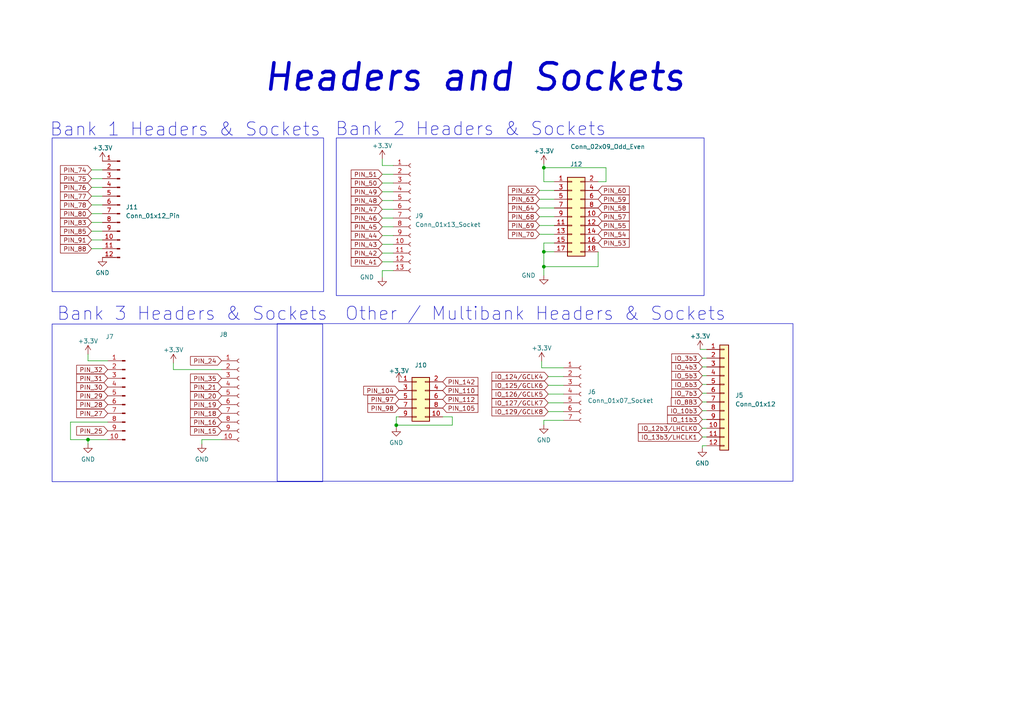
<source format=kicad_sch>
(kicad_sch (version 20230121) (generator eeschema)

  (uuid 0f02ccd5-9130-475c-8a78-edf24ab325f6)

  (paper "A4")

  (lib_symbols
    (symbol "Connector:Conn_01x07_Socket" (pin_names (offset 1.016) hide) (in_bom yes) (on_board yes)
      (property "Reference" "J" (at 0 10.16 0)
        (effects (font (size 1.27 1.27)))
      )
      (property "Value" "Conn_01x07_Socket" (at 0 -10.16 0)
        (effects (font (size 1.27 1.27)))
      )
      (property "Footprint" "" (at 0 0 0)
        (effects (font (size 1.27 1.27)) hide)
      )
      (property "Datasheet" "~" (at 0 0 0)
        (effects (font (size 1.27 1.27)) hide)
      )
      (property "ki_locked" "" (at 0 0 0)
        (effects (font (size 1.27 1.27)))
      )
      (property "ki_keywords" "connector" (at 0 0 0)
        (effects (font (size 1.27 1.27)) hide)
      )
      (property "ki_description" "Generic connector, single row, 01x07, script generated" (at 0 0 0)
        (effects (font (size 1.27 1.27)) hide)
      )
      (property "ki_fp_filters" "Connector*:*_1x??_*" (at 0 0 0)
        (effects (font (size 1.27 1.27)) hide)
      )
      (symbol "Conn_01x07_Socket_1_1"
        (arc (start 0 -7.112) (mid -0.5058 -7.62) (end 0 -8.128)
          (stroke (width 0.1524) (type default))
          (fill (type none))
        )
        (arc (start 0 -4.572) (mid -0.5058 -5.08) (end 0 -5.588)
          (stroke (width 0.1524) (type default))
          (fill (type none))
        )
        (arc (start 0 -2.032) (mid -0.5058 -2.54) (end 0 -3.048)
          (stroke (width 0.1524) (type default))
          (fill (type none))
        )
        (polyline
          (pts
            (xy -1.27 -7.62)
            (xy -0.508 -7.62)
          )
          (stroke (width 0.1524) (type default))
          (fill (type none))
        )
        (polyline
          (pts
            (xy -1.27 -5.08)
            (xy -0.508 -5.08)
          )
          (stroke (width 0.1524) (type default))
          (fill (type none))
        )
        (polyline
          (pts
            (xy -1.27 -2.54)
            (xy -0.508 -2.54)
          )
          (stroke (width 0.1524) (type default))
          (fill (type none))
        )
        (polyline
          (pts
            (xy -1.27 0)
            (xy -0.508 0)
          )
          (stroke (width 0.1524) (type default))
          (fill (type none))
        )
        (polyline
          (pts
            (xy -1.27 2.54)
            (xy -0.508 2.54)
          )
          (stroke (width 0.1524) (type default))
          (fill (type none))
        )
        (polyline
          (pts
            (xy -1.27 5.08)
            (xy -0.508 5.08)
          )
          (stroke (width 0.1524) (type default))
          (fill (type none))
        )
        (polyline
          (pts
            (xy -1.27 7.62)
            (xy -0.508 7.62)
          )
          (stroke (width 0.1524) (type default))
          (fill (type none))
        )
        (arc (start 0 0.508) (mid -0.5058 0) (end 0 -0.508)
          (stroke (width 0.1524) (type default))
          (fill (type none))
        )
        (arc (start 0 3.048) (mid -0.5058 2.54) (end 0 2.032)
          (stroke (width 0.1524) (type default))
          (fill (type none))
        )
        (arc (start 0 5.588) (mid -0.5058 5.08) (end 0 4.572)
          (stroke (width 0.1524) (type default))
          (fill (type none))
        )
        (arc (start 0 8.128) (mid -0.5058 7.62) (end 0 7.112)
          (stroke (width 0.1524) (type default))
          (fill (type none))
        )
        (pin passive line (at -5.08 7.62 0) (length 3.81)
          (name "Pin_1" (effects (font (size 1.27 1.27))))
          (number "1" (effects (font (size 1.27 1.27))))
        )
        (pin passive line (at -5.08 5.08 0) (length 3.81)
          (name "Pin_2" (effects (font (size 1.27 1.27))))
          (number "2" (effects (font (size 1.27 1.27))))
        )
        (pin passive line (at -5.08 2.54 0) (length 3.81)
          (name "Pin_3" (effects (font (size 1.27 1.27))))
          (number "3" (effects (font (size 1.27 1.27))))
        )
        (pin passive line (at -5.08 0 0) (length 3.81)
          (name "Pin_4" (effects (font (size 1.27 1.27))))
          (number "4" (effects (font (size 1.27 1.27))))
        )
        (pin passive line (at -5.08 -2.54 0) (length 3.81)
          (name "Pin_5" (effects (font (size 1.27 1.27))))
          (number "5" (effects (font (size 1.27 1.27))))
        )
        (pin passive line (at -5.08 -5.08 0) (length 3.81)
          (name "Pin_6" (effects (font (size 1.27 1.27))))
          (number "6" (effects (font (size 1.27 1.27))))
        )
        (pin passive line (at -5.08 -7.62 0) (length 3.81)
          (name "Pin_7" (effects (font (size 1.27 1.27))))
          (number "7" (effects (font (size 1.27 1.27))))
        )
      )
    )
    (symbol "Connector:Conn_01x10_Pin" (pin_names (offset 1.016) hide) (in_bom yes) (on_board yes)
      (property "Reference" "J" (at 0 12.7 0)
        (effects (font (size 1.27 1.27)))
      )
      (property "Value" "Conn_01x10_Pin" (at 0 -15.24 0)
        (effects (font (size 1.27 1.27)))
      )
      (property "Footprint" "" (at 0 0 0)
        (effects (font (size 1.27 1.27)) hide)
      )
      (property "Datasheet" "~" (at 0 0 0)
        (effects (font (size 1.27 1.27)) hide)
      )
      (property "ki_locked" "" (at 0 0 0)
        (effects (font (size 1.27 1.27)))
      )
      (property "ki_keywords" "connector" (at 0 0 0)
        (effects (font (size 1.27 1.27)) hide)
      )
      (property "ki_description" "Generic connector, single row, 01x10, script generated" (at 0 0 0)
        (effects (font (size 1.27 1.27)) hide)
      )
      (property "ki_fp_filters" "Connector*:*_1x??_*" (at 0 0 0)
        (effects (font (size 1.27 1.27)) hide)
      )
      (symbol "Conn_01x10_Pin_1_1"
        (polyline
          (pts
            (xy 1.27 -12.7)
            (xy 0.8636 -12.7)
          )
          (stroke (width 0.1524) (type default))
          (fill (type none))
        )
        (polyline
          (pts
            (xy 1.27 -10.16)
            (xy 0.8636 -10.16)
          )
          (stroke (width 0.1524) (type default))
          (fill (type none))
        )
        (polyline
          (pts
            (xy 1.27 -7.62)
            (xy 0.8636 -7.62)
          )
          (stroke (width 0.1524) (type default))
          (fill (type none))
        )
        (polyline
          (pts
            (xy 1.27 -5.08)
            (xy 0.8636 -5.08)
          )
          (stroke (width 0.1524) (type default))
          (fill (type none))
        )
        (polyline
          (pts
            (xy 1.27 -2.54)
            (xy 0.8636 -2.54)
          )
          (stroke (width 0.1524) (type default))
          (fill (type none))
        )
        (polyline
          (pts
            (xy 1.27 0)
            (xy 0.8636 0)
          )
          (stroke (width 0.1524) (type default))
          (fill (type none))
        )
        (polyline
          (pts
            (xy 1.27 2.54)
            (xy 0.8636 2.54)
          )
          (stroke (width 0.1524) (type default))
          (fill (type none))
        )
        (polyline
          (pts
            (xy 1.27 5.08)
            (xy 0.8636 5.08)
          )
          (stroke (width 0.1524) (type default))
          (fill (type none))
        )
        (polyline
          (pts
            (xy 1.27 7.62)
            (xy 0.8636 7.62)
          )
          (stroke (width 0.1524) (type default))
          (fill (type none))
        )
        (polyline
          (pts
            (xy 1.27 10.16)
            (xy 0.8636 10.16)
          )
          (stroke (width 0.1524) (type default))
          (fill (type none))
        )
        (rectangle (start 0.8636 -12.573) (end 0 -12.827)
          (stroke (width 0.1524) (type default))
          (fill (type outline))
        )
        (rectangle (start 0.8636 -10.033) (end 0 -10.287)
          (stroke (width 0.1524) (type default))
          (fill (type outline))
        )
        (rectangle (start 0.8636 -7.493) (end 0 -7.747)
          (stroke (width 0.1524) (type default))
          (fill (type outline))
        )
        (rectangle (start 0.8636 -4.953) (end 0 -5.207)
          (stroke (width 0.1524) (type default))
          (fill (type outline))
        )
        (rectangle (start 0.8636 -2.413) (end 0 -2.667)
          (stroke (width 0.1524) (type default))
          (fill (type outline))
        )
        (rectangle (start 0.8636 0.127) (end 0 -0.127)
          (stroke (width 0.1524) (type default))
          (fill (type outline))
        )
        (rectangle (start 0.8636 2.667) (end 0 2.413)
          (stroke (width 0.1524) (type default))
          (fill (type outline))
        )
        (rectangle (start 0.8636 5.207) (end 0 4.953)
          (stroke (width 0.1524) (type default))
          (fill (type outline))
        )
        (rectangle (start 0.8636 7.747) (end 0 7.493)
          (stroke (width 0.1524) (type default))
          (fill (type outline))
        )
        (rectangle (start 0.8636 10.287) (end 0 10.033)
          (stroke (width 0.1524) (type default))
          (fill (type outline))
        )
        (pin passive line (at 5.08 10.16 180) (length 3.81)
          (name "Pin_1" (effects (font (size 1.27 1.27))))
          (number "1" (effects (font (size 1.27 1.27))))
        )
        (pin passive line (at 5.08 -12.7 180) (length 3.81)
          (name "Pin_10" (effects (font (size 1.27 1.27))))
          (number "10" (effects (font (size 1.27 1.27))))
        )
        (pin passive line (at 5.08 7.62 180) (length 3.81)
          (name "Pin_2" (effects (font (size 1.27 1.27))))
          (number "2" (effects (font (size 1.27 1.27))))
        )
        (pin passive line (at 5.08 5.08 180) (length 3.81)
          (name "Pin_3" (effects (font (size 1.27 1.27))))
          (number "3" (effects (font (size 1.27 1.27))))
        )
        (pin passive line (at 5.08 2.54 180) (length 3.81)
          (name "Pin_4" (effects (font (size 1.27 1.27))))
          (number "4" (effects (font (size 1.27 1.27))))
        )
        (pin passive line (at 5.08 0 180) (length 3.81)
          (name "Pin_5" (effects (font (size 1.27 1.27))))
          (number "5" (effects (font (size 1.27 1.27))))
        )
        (pin passive line (at 5.08 -2.54 180) (length 3.81)
          (name "Pin_6" (effects (font (size 1.27 1.27))))
          (number "6" (effects (font (size 1.27 1.27))))
        )
        (pin passive line (at 5.08 -5.08 180) (length 3.81)
          (name "Pin_7" (effects (font (size 1.27 1.27))))
          (number "7" (effects (font (size 1.27 1.27))))
        )
        (pin passive line (at 5.08 -7.62 180) (length 3.81)
          (name "Pin_8" (effects (font (size 1.27 1.27))))
          (number "8" (effects (font (size 1.27 1.27))))
        )
        (pin passive line (at 5.08 -10.16 180) (length 3.81)
          (name "Pin_9" (effects (font (size 1.27 1.27))))
          (number "9" (effects (font (size 1.27 1.27))))
        )
      )
    )
    (symbol "Connector:Conn_01x10_Socket" (pin_names (offset 1.016) hide) (in_bom yes) (on_board yes)
      (property "Reference" "J" (at 0 12.7 0)
        (effects (font (size 1.27 1.27)))
      )
      (property "Value" "Conn_01x10_Socket" (at 0 -15.24 0)
        (effects (font (size 1.27 1.27)))
      )
      (property "Footprint" "" (at 0 0 0)
        (effects (font (size 1.27 1.27)) hide)
      )
      (property "Datasheet" "~" (at 0 0 0)
        (effects (font (size 1.27 1.27)) hide)
      )
      (property "ki_locked" "" (at 0 0 0)
        (effects (font (size 1.27 1.27)))
      )
      (property "ki_keywords" "connector" (at 0 0 0)
        (effects (font (size 1.27 1.27)) hide)
      )
      (property "ki_description" "Generic connector, single row, 01x10, script generated" (at 0 0 0)
        (effects (font (size 1.27 1.27)) hide)
      )
      (property "ki_fp_filters" "Connector*:*_1x??_*" (at 0 0 0)
        (effects (font (size 1.27 1.27)) hide)
      )
      (symbol "Conn_01x10_Socket_1_1"
        (arc (start 0 -12.192) (mid -0.5058 -12.7) (end 0 -13.208)
          (stroke (width 0.1524) (type default))
          (fill (type none))
        )
        (arc (start 0 -9.652) (mid -0.5058 -10.16) (end 0 -10.668)
          (stroke (width 0.1524) (type default))
          (fill (type none))
        )
        (arc (start 0 -7.112) (mid -0.5058 -7.62) (end 0 -8.128)
          (stroke (width 0.1524) (type default))
          (fill (type none))
        )
        (arc (start 0 -4.572) (mid -0.5058 -5.08) (end 0 -5.588)
          (stroke (width 0.1524) (type default))
          (fill (type none))
        )
        (arc (start 0 -2.032) (mid -0.5058 -2.54) (end 0 -3.048)
          (stroke (width 0.1524) (type default))
          (fill (type none))
        )
        (polyline
          (pts
            (xy -1.27 -12.7)
            (xy -0.508 -12.7)
          )
          (stroke (width 0.1524) (type default))
          (fill (type none))
        )
        (polyline
          (pts
            (xy -1.27 -10.16)
            (xy -0.508 -10.16)
          )
          (stroke (width 0.1524) (type default))
          (fill (type none))
        )
        (polyline
          (pts
            (xy -1.27 -7.62)
            (xy -0.508 -7.62)
          )
          (stroke (width 0.1524) (type default))
          (fill (type none))
        )
        (polyline
          (pts
            (xy -1.27 -5.08)
            (xy -0.508 -5.08)
          )
          (stroke (width 0.1524) (type default))
          (fill (type none))
        )
        (polyline
          (pts
            (xy -1.27 -2.54)
            (xy -0.508 -2.54)
          )
          (stroke (width 0.1524) (type default))
          (fill (type none))
        )
        (polyline
          (pts
            (xy -1.27 0)
            (xy -0.508 0)
          )
          (stroke (width 0.1524) (type default))
          (fill (type none))
        )
        (polyline
          (pts
            (xy -1.27 2.54)
            (xy -0.508 2.54)
          )
          (stroke (width 0.1524) (type default))
          (fill (type none))
        )
        (polyline
          (pts
            (xy -1.27 5.08)
            (xy -0.508 5.08)
          )
          (stroke (width 0.1524) (type default))
          (fill (type none))
        )
        (polyline
          (pts
            (xy -1.27 7.62)
            (xy -0.508 7.62)
          )
          (stroke (width 0.1524) (type default))
          (fill (type none))
        )
        (polyline
          (pts
            (xy -1.27 10.16)
            (xy -0.508 10.16)
          )
          (stroke (width 0.1524) (type default))
          (fill (type none))
        )
        (arc (start 0 0.508) (mid -0.5058 0) (end 0 -0.508)
          (stroke (width 0.1524) (type default))
          (fill (type none))
        )
        (arc (start 0 3.048) (mid -0.5058 2.54) (end 0 2.032)
          (stroke (width 0.1524) (type default))
          (fill (type none))
        )
        (arc (start 0 5.588) (mid -0.5058 5.08) (end 0 4.572)
          (stroke (width 0.1524) (type default))
          (fill (type none))
        )
        (arc (start 0 8.128) (mid -0.5058 7.62) (end 0 7.112)
          (stroke (width 0.1524) (type default))
          (fill (type none))
        )
        (arc (start 0 10.668) (mid -0.5058 10.16) (end 0 9.652)
          (stroke (width 0.1524) (type default))
          (fill (type none))
        )
        (pin passive line (at -5.08 10.16 0) (length 3.81)
          (name "Pin_1" (effects (font (size 1.27 1.27))))
          (number "1" (effects (font (size 1.27 1.27))))
        )
        (pin passive line (at -5.08 -12.7 0) (length 3.81)
          (name "Pin_10" (effects (font (size 1.27 1.27))))
          (number "10" (effects (font (size 1.27 1.27))))
        )
        (pin passive line (at -5.08 7.62 0) (length 3.81)
          (name "Pin_2" (effects (font (size 1.27 1.27))))
          (number "2" (effects (font (size 1.27 1.27))))
        )
        (pin passive line (at -5.08 5.08 0) (length 3.81)
          (name "Pin_3" (effects (font (size 1.27 1.27))))
          (number "3" (effects (font (size 1.27 1.27))))
        )
        (pin passive line (at -5.08 2.54 0) (length 3.81)
          (name "Pin_4" (effects (font (size 1.27 1.27))))
          (number "4" (effects (font (size 1.27 1.27))))
        )
        (pin passive line (at -5.08 0 0) (length 3.81)
          (name "Pin_5" (effects (font (size 1.27 1.27))))
          (number "5" (effects (font (size 1.27 1.27))))
        )
        (pin passive line (at -5.08 -2.54 0) (length 3.81)
          (name "Pin_6" (effects (font (size 1.27 1.27))))
          (number "6" (effects (font (size 1.27 1.27))))
        )
        (pin passive line (at -5.08 -5.08 0) (length 3.81)
          (name "Pin_7" (effects (font (size 1.27 1.27))))
          (number "7" (effects (font (size 1.27 1.27))))
        )
        (pin passive line (at -5.08 -7.62 0) (length 3.81)
          (name "Pin_8" (effects (font (size 1.27 1.27))))
          (number "8" (effects (font (size 1.27 1.27))))
        )
        (pin passive line (at -5.08 -10.16 0) (length 3.81)
          (name "Pin_9" (effects (font (size 1.27 1.27))))
          (number "9" (effects (font (size 1.27 1.27))))
        )
      )
    )
    (symbol "Connector:Conn_01x12_Pin" (pin_names (offset 1.016) hide) (in_bom yes) (on_board yes)
      (property "Reference" "J" (at 0 15.24 0)
        (effects (font (size 1.27 1.27)))
      )
      (property "Value" "Conn_01x12_Pin" (at 0 -17.78 0)
        (effects (font (size 1.27 1.27)))
      )
      (property "Footprint" "" (at 0 0 0)
        (effects (font (size 1.27 1.27)) hide)
      )
      (property "Datasheet" "~" (at 0 0 0)
        (effects (font (size 1.27 1.27)) hide)
      )
      (property "ki_locked" "" (at 0 0 0)
        (effects (font (size 1.27 1.27)))
      )
      (property "ki_keywords" "connector" (at 0 0 0)
        (effects (font (size 1.27 1.27)) hide)
      )
      (property "ki_description" "Generic connector, single row, 01x12, script generated" (at 0 0 0)
        (effects (font (size 1.27 1.27)) hide)
      )
      (property "ki_fp_filters" "Connector*:*_1x??_*" (at 0 0 0)
        (effects (font (size 1.27 1.27)) hide)
      )
      (symbol "Conn_01x12_Pin_1_1"
        (polyline
          (pts
            (xy 1.27 -15.24)
            (xy 0.8636 -15.24)
          )
          (stroke (width 0.1524) (type default))
          (fill (type none))
        )
        (polyline
          (pts
            (xy 1.27 -12.7)
            (xy 0.8636 -12.7)
          )
          (stroke (width 0.1524) (type default))
          (fill (type none))
        )
        (polyline
          (pts
            (xy 1.27 -10.16)
            (xy 0.8636 -10.16)
          )
          (stroke (width 0.1524) (type default))
          (fill (type none))
        )
        (polyline
          (pts
            (xy 1.27 -7.62)
            (xy 0.8636 -7.62)
          )
          (stroke (width 0.1524) (type default))
          (fill (type none))
        )
        (polyline
          (pts
            (xy 1.27 -5.08)
            (xy 0.8636 -5.08)
          )
          (stroke (width 0.1524) (type default))
          (fill (type none))
        )
        (polyline
          (pts
            (xy 1.27 -2.54)
            (xy 0.8636 -2.54)
          )
          (stroke (width 0.1524) (type default))
          (fill (type none))
        )
        (polyline
          (pts
            (xy 1.27 0)
            (xy 0.8636 0)
          )
          (stroke (width 0.1524) (type default))
          (fill (type none))
        )
        (polyline
          (pts
            (xy 1.27 2.54)
            (xy 0.8636 2.54)
          )
          (stroke (width 0.1524) (type default))
          (fill (type none))
        )
        (polyline
          (pts
            (xy 1.27 5.08)
            (xy 0.8636 5.08)
          )
          (stroke (width 0.1524) (type default))
          (fill (type none))
        )
        (polyline
          (pts
            (xy 1.27 7.62)
            (xy 0.8636 7.62)
          )
          (stroke (width 0.1524) (type default))
          (fill (type none))
        )
        (polyline
          (pts
            (xy 1.27 10.16)
            (xy 0.8636 10.16)
          )
          (stroke (width 0.1524) (type default))
          (fill (type none))
        )
        (polyline
          (pts
            (xy 1.27 12.7)
            (xy 0.8636 12.7)
          )
          (stroke (width 0.1524) (type default))
          (fill (type none))
        )
        (rectangle (start 0.8636 -15.113) (end 0 -15.367)
          (stroke (width 0.1524) (type default))
          (fill (type outline))
        )
        (rectangle (start 0.8636 -12.573) (end 0 -12.827)
          (stroke (width 0.1524) (type default))
          (fill (type outline))
        )
        (rectangle (start 0.8636 -10.033) (end 0 -10.287)
          (stroke (width 0.1524) (type default))
          (fill (type outline))
        )
        (rectangle (start 0.8636 -7.493) (end 0 -7.747)
          (stroke (width 0.1524) (type default))
          (fill (type outline))
        )
        (rectangle (start 0.8636 -4.953) (end 0 -5.207)
          (stroke (width 0.1524) (type default))
          (fill (type outline))
        )
        (rectangle (start 0.8636 -2.413) (end 0 -2.667)
          (stroke (width 0.1524) (type default))
          (fill (type outline))
        )
        (rectangle (start 0.8636 0.127) (end 0 -0.127)
          (stroke (width 0.1524) (type default))
          (fill (type outline))
        )
        (rectangle (start 0.8636 2.667) (end 0 2.413)
          (stroke (width 0.1524) (type default))
          (fill (type outline))
        )
        (rectangle (start 0.8636 5.207) (end 0 4.953)
          (stroke (width 0.1524) (type default))
          (fill (type outline))
        )
        (rectangle (start 0.8636 7.747) (end 0 7.493)
          (stroke (width 0.1524) (type default))
          (fill (type outline))
        )
        (rectangle (start 0.8636 10.287) (end 0 10.033)
          (stroke (width 0.1524) (type default))
          (fill (type outline))
        )
        (rectangle (start 0.8636 12.827) (end 0 12.573)
          (stroke (width 0.1524) (type default))
          (fill (type outline))
        )
        (pin passive line (at 5.08 12.7 180) (length 3.81)
          (name "Pin_1" (effects (font (size 1.27 1.27))))
          (number "1" (effects (font (size 1.27 1.27))))
        )
        (pin passive line (at 5.08 -10.16 180) (length 3.81)
          (name "Pin_10" (effects (font (size 1.27 1.27))))
          (number "10" (effects (font (size 1.27 1.27))))
        )
        (pin passive line (at 5.08 -12.7 180) (length 3.81)
          (name "Pin_11" (effects (font (size 1.27 1.27))))
          (number "11" (effects (font (size 1.27 1.27))))
        )
        (pin passive line (at 5.08 -15.24 180) (length 3.81)
          (name "Pin_12" (effects (font (size 1.27 1.27))))
          (number "12" (effects (font (size 1.27 1.27))))
        )
        (pin passive line (at 5.08 10.16 180) (length 3.81)
          (name "Pin_2" (effects (font (size 1.27 1.27))))
          (number "2" (effects (font (size 1.27 1.27))))
        )
        (pin passive line (at 5.08 7.62 180) (length 3.81)
          (name "Pin_3" (effects (font (size 1.27 1.27))))
          (number "3" (effects (font (size 1.27 1.27))))
        )
        (pin passive line (at 5.08 5.08 180) (length 3.81)
          (name "Pin_4" (effects (font (size 1.27 1.27))))
          (number "4" (effects (font (size 1.27 1.27))))
        )
        (pin passive line (at 5.08 2.54 180) (length 3.81)
          (name "Pin_5" (effects (font (size 1.27 1.27))))
          (number "5" (effects (font (size 1.27 1.27))))
        )
        (pin passive line (at 5.08 0 180) (length 3.81)
          (name "Pin_6" (effects (font (size 1.27 1.27))))
          (number "6" (effects (font (size 1.27 1.27))))
        )
        (pin passive line (at 5.08 -2.54 180) (length 3.81)
          (name "Pin_7" (effects (font (size 1.27 1.27))))
          (number "7" (effects (font (size 1.27 1.27))))
        )
        (pin passive line (at 5.08 -5.08 180) (length 3.81)
          (name "Pin_8" (effects (font (size 1.27 1.27))))
          (number "8" (effects (font (size 1.27 1.27))))
        )
        (pin passive line (at 5.08 -7.62 180) (length 3.81)
          (name "Pin_9" (effects (font (size 1.27 1.27))))
          (number "9" (effects (font (size 1.27 1.27))))
        )
      )
    )
    (symbol "Connector:Conn_01x13_Socket" (pin_names (offset 1.016) hide) (in_bom yes) (on_board yes)
      (property "Reference" "J" (at 0 17.78 0)
        (effects (font (size 1.27 1.27)))
      )
      (property "Value" "Conn_01x13_Socket" (at 0 -17.78 0)
        (effects (font (size 1.27 1.27)))
      )
      (property "Footprint" "" (at 0 0 0)
        (effects (font (size 1.27 1.27)) hide)
      )
      (property "Datasheet" "~" (at 0 0 0)
        (effects (font (size 1.27 1.27)) hide)
      )
      (property "ki_locked" "" (at 0 0 0)
        (effects (font (size 1.27 1.27)))
      )
      (property "ki_keywords" "connector" (at 0 0 0)
        (effects (font (size 1.27 1.27)) hide)
      )
      (property "ki_description" "Generic connector, single row, 01x13, script generated" (at 0 0 0)
        (effects (font (size 1.27 1.27)) hide)
      )
      (property "ki_fp_filters" "Connector*:*_1x??_*" (at 0 0 0)
        (effects (font (size 1.27 1.27)) hide)
      )
      (symbol "Conn_01x13_Socket_1_1"
        (arc (start 0 -14.732) (mid -0.5058 -15.24) (end 0 -15.748)
          (stroke (width 0.1524) (type default))
          (fill (type none))
        )
        (arc (start 0 -12.192) (mid -0.5058 -12.7) (end 0 -13.208)
          (stroke (width 0.1524) (type default))
          (fill (type none))
        )
        (arc (start 0 -9.652) (mid -0.5058 -10.16) (end 0 -10.668)
          (stroke (width 0.1524) (type default))
          (fill (type none))
        )
        (arc (start 0 -7.112) (mid -0.5058 -7.62) (end 0 -8.128)
          (stroke (width 0.1524) (type default))
          (fill (type none))
        )
        (arc (start 0 -4.572) (mid -0.5058 -5.08) (end 0 -5.588)
          (stroke (width 0.1524) (type default))
          (fill (type none))
        )
        (arc (start 0 -2.032) (mid -0.5058 -2.54) (end 0 -3.048)
          (stroke (width 0.1524) (type default))
          (fill (type none))
        )
        (polyline
          (pts
            (xy -1.27 -15.24)
            (xy -0.508 -15.24)
          )
          (stroke (width 0.1524) (type default))
          (fill (type none))
        )
        (polyline
          (pts
            (xy -1.27 -12.7)
            (xy -0.508 -12.7)
          )
          (stroke (width 0.1524) (type default))
          (fill (type none))
        )
        (polyline
          (pts
            (xy -1.27 -10.16)
            (xy -0.508 -10.16)
          )
          (stroke (width 0.1524) (type default))
          (fill (type none))
        )
        (polyline
          (pts
            (xy -1.27 -7.62)
            (xy -0.508 -7.62)
          )
          (stroke (width 0.1524) (type default))
          (fill (type none))
        )
        (polyline
          (pts
            (xy -1.27 -5.08)
            (xy -0.508 -5.08)
          )
          (stroke (width 0.1524) (type default))
          (fill (type none))
        )
        (polyline
          (pts
            (xy -1.27 -2.54)
            (xy -0.508 -2.54)
          )
          (stroke (width 0.1524) (type default))
          (fill (type none))
        )
        (polyline
          (pts
            (xy -1.27 0)
            (xy -0.508 0)
          )
          (stroke (width 0.1524) (type default))
          (fill (type none))
        )
        (polyline
          (pts
            (xy -1.27 2.54)
            (xy -0.508 2.54)
          )
          (stroke (width 0.1524) (type default))
          (fill (type none))
        )
        (polyline
          (pts
            (xy -1.27 5.08)
            (xy -0.508 5.08)
          )
          (stroke (width 0.1524) (type default))
          (fill (type none))
        )
        (polyline
          (pts
            (xy -1.27 7.62)
            (xy -0.508 7.62)
          )
          (stroke (width 0.1524) (type default))
          (fill (type none))
        )
        (polyline
          (pts
            (xy -1.27 10.16)
            (xy -0.508 10.16)
          )
          (stroke (width 0.1524) (type default))
          (fill (type none))
        )
        (polyline
          (pts
            (xy -1.27 12.7)
            (xy -0.508 12.7)
          )
          (stroke (width 0.1524) (type default))
          (fill (type none))
        )
        (polyline
          (pts
            (xy -1.27 15.24)
            (xy -0.508 15.24)
          )
          (stroke (width 0.1524) (type default))
          (fill (type none))
        )
        (arc (start 0 0.508) (mid -0.5058 0) (end 0 -0.508)
          (stroke (width 0.1524) (type default))
          (fill (type none))
        )
        (arc (start 0 3.048) (mid -0.5058 2.54) (end 0 2.032)
          (stroke (width 0.1524) (type default))
          (fill (type none))
        )
        (arc (start 0 5.588) (mid -0.5058 5.08) (end 0 4.572)
          (stroke (width 0.1524) (type default))
          (fill (type none))
        )
        (arc (start 0 8.128) (mid -0.5058 7.62) (end 0 7.112)
          (stroke (width 0.1524) (type default))
          (fill (type none))
        )
        (arc (start 0 10.668) (mid -0.5058 10.16) (end 0 9.652)
          (stroke (width 0.1524) (type default))
          (fill (type none))
        )
        (arc (start 0 13.208) (mid -0.5058 12.7) (end 0 12.192)
          (stroke (width 0.1524) (type default))
          (fill (type none))
        )
        (arc (start 0 15.748) (mid -0.5058 15.24) (end 0 14.732)
          (stroke (width 0.1524) (type default))
          (fill (type none))
        )
        (pin passive line (at -5.08 15.24 0) (length 3.81)
          (name "Pin_1" (effects (font (size 1.27 1.27))))
          (number "1" (effects (font (size 1.27 1.27))))
        )
        (pin passive line (at -5.08 -7.62 0) (length 3.81)
          (name "Pin_10" (effects (font (size 1.27 1.27))))
          (number "10" (effects (font (size 1.27 1.27))))
        )
        (pin passive line (at -5.08 -10.16 0) (length 3.81)
          (name "Pin_11" (effects (font (size 1.27 1.27))))
          (number "11" (effects (font (size 1.27 1.27))))
        )
        (pin passive line (at -5.08 -12.7 0) (length 3.81)
          (name "Pin_12" (effects (font (size 1.27 1.27))))
          (number "12" (effects (font (size 1.27 1.27))))
        )
        (pin passive line (at -5.08 -15.24 0) (length 3.81)
          (name "Pin_13" (effects (font (size 1.27 1.27))))
          (number "13" (effects (font (size 1.27 1.27))))
        )
        (pin passive line (at -5.08 12.7 0) (length 3.81)
          (name "Pin_2" (effects (font (size 1.27 1.27))))
          (number "2" (effects (font (size 1.27 1.27))))
        )
        (pin passive line (at -5.08 10.16 0) (length 3.81)
          (name "Pin_3" (effects (font (size 1.27 1.27))))
          (number "3" (effects (font (size 1.27 1.27))))
        )
        (pin passive line (at -5.08 7.62 0) (length 3.81)
          (name "Pin_4" (effects (font (size 1.27 1.27))))
          (number "4" (effects (font (size 1.27 1.27))))
        )
        (pin passive line (at -5.08 5.08 0) (length 3.81)
          (name "Pin_5" (effects (font (size 1.27 1.27))))
          (number "5" (effects (font (size 1.27 1.27))))
        )
        (pin passive line (at -5.08 2.54 0) (length 3.81)
          (name "Pin_6" (effects (font (size 1.27 1.27))))
          (number "6" (effects (font (size 1.27 1.27))))
        )
        (pin passive line (at -5.08 0 0) (length 3.81)
          (name "Pin_7" (effects (font (size 1.27 1.27))))
          (number "7" (effects (font (size 1.27 1.27))))
        )
        (pin passive line (at -5.08 -2.54 0) (length 3.81)
          (name "Pin_8" (effects (font (size 1.27 1.27))))
          (number "8" (effects (font (size 1.27 1.27))))
        )
        (pin passive line (at -5.08 -5.08 0) (length 3.81)
          (name "Pin_9" (effects (font (size 1.27 1.27))))
          (number "9" (effects (font (size 1.27 1.27))))
        )
      )
    )
    (symbol "Connector_Generic:Conn_01x12" (pin_names (offset 1.016) hide) (in_bom yes) (on_board yes)
      (property "Reference" "J" (at 0 15.24 0)
        (effects (font (size 1.27 1.27)))
      )
      (property "Value" "Conn_01x12" (at 0 -17.78 0)
        (effects (font (size 1.27 1.27)))
      )
      (property "Footprint" "" (at 0 0 0)
        (effects (font (size 1.27 1.27)) hide)
      )
      (property "Datasheet" "~" (at 0 0 0)
        (effects (font (size 1.27 1.27)) hide)
      )
      (property "ki_keywords" "connector" (at 0 0 0)
        (effects (font (size 1.27 1.27)) hide)
      )
      (property "ki_description" "Generic connector, single row, 01x12, script generated (kicad-library-utils/schlib/autogen/connector/)" (at 0 0 0)
        (effects (font (size 1.27 1.27)) hide)
      )
      (property "ki_fp_filters" "Connector*:*_1x??_*" (at 0 0 0)
        (effects (font (size 1.27 1.27)) hide)
      )
      (symbol "Conn_01x12_1_1"
        (rectangle (start -1.27 -15.113) (end 0 -15.367)
          (stroke (width 0.1524) (type default))
          (fill (type none))
        )
        (rectangle (start -1.27 -12.573) (end 0 -12.827)
          (stroke (width 0.1524) (type default))
          (fill (type none))
        )
        (rectangle (start -1.27 -10.033) (end 0 -10.287)
          (stroke (width 0.1524) (type default))
          (fill (type none))
        )
        (rectangle (start -1.27 -7.493) (end 0 -7.747)
          (stroke (width 0.1524) (type default))
          (fill (type none))
        )
        (rectangle (start -1.27 -4.953) (end 0 -5.207)
          (stroke (width 0.1524) (type default))
          (fill (type none))
        )
        (rectangle (start -1.27 -2.413) (end 0 -2.667)
          (stroke (width 0.1524) (type default))
          (fill (type none))
        )
        (rectangle (start -1.27 0.127) (end 0 -0.127)
          (stroke (width 0.1524) (type default))
          (fill (type none))
        )
        (rectangle (start -1.27 2.667) (end 0 2.413)
          (stroke (width 0.1524) (type default))
          (fill (type none))
        )
        (rectangle (start -1.27 5.207) (end 0 4.953)
          (stroke (width 0.1524) (type default))
          (fill (type none))
        )
        (rectangle (start -1.27 7.747) (end 0 7.493)
          (stroke (width 0.1524) (type default))
          (fill (type none))
        )
        (rectangle (start -1.27 10.287) (end 0 10.033)
          (stroke (width 0.1524) (type default))
          (fill (type none))
        )
        (rectangle (start -1.27 12.827) (end 0 12.573)
          (stroke (width 0.1524) (type default))
          (fill (type none))
        )
        (rectangle (start -1.27 13.97) (end 1.27 -16.51)
          (stroke (width 0.254) (type default))
          (fill (type background))
        )
        (pin passive line (at -5.08 12.7 0) (length 3.81)
          (name "Pin_1" (effects (font (size 1.27 1.27))))
          (number "1" (effects (font (size 1.27 1.27))))
        )
        (pin passive line (at -5.08 -10.16 0) (length 3.81)
          (name "Pin_10" (effects (font (size 1.27 1.27))))
          (number "10" (effects (font (size 1.27 1.27))))
        )
        (pin passive line (at -5.08 -12.7 0) (length 3.81)
          (name "Pin_11" (effects (font (size 1.27 1.27))))
          (number "11" (effects (font (size 1.27 1.27))))
        )
        (pin passive line (at -5.08 -15.24 0) (length 3.81)
          (name "Pin_12" (effects (font (size 1.27 1.27))))
          (number "12" (effects (font (size 1.27 1.27))))
        )
        (pin passive line (at -5.08 10.16 0) (length 3.81)
          (name "Pin_2" (effects (font (size 1.27 1.27))))
          (number "2" (effects (font (size 1.27 1.27))))
        )
        (pin passive line (at -5.08 7.62 0) (length 3.81)
          (name "Pin_3" (effects (font (size 1.27 1.27))))
          (number "3" (effects (font (size 1.27 1.27))))
        )
        (pin passive line (at -5.08 5.08 0) (length 3.81)
          (name "Pin_4" (effects (font (size 1.27 1.27))))
          (number "4" (effects (font (size 1.27 1.27))))
        )
        (pin passive line (at -5.08 2.54 0) (length 3.81)
          (name "Pin_5" (effects (font (size 1.27 1.27))))
          (number "5" (effects (font (size 1.27 1.27))))
        )
        (pin passive line (at -5.08 0 0) (length 3.81)
          (name "Pin_6" (effects (font (size 1.27 1.27))))
          (number "6" (effects (font (size 1.27 1.27))))
        )
        (pin passive line (at -5.08 -2.54 0) (length 3.81)
          (name "Pin_7" (effects (font (size 1.27 1.27))))
          (number "7" (effects (font (size 1.27 1.27))))
        )
        (pin passive line (at -5.08 -5.08 0) (length 3.81)
          (name "Pin_8" (effects (font (size 1.27 1.27))))
          (number "8" (effects (font (size 1.27 1.27))))
        )
        (pin passive line (at -5.08 -7.62 0) (length 3.81)
          (name "Pin_9" (effects (font (size 1.27 1.27))))
          (number "9" (effects (font (size 1.27 1.27))))
        )
      )
    )
    (symbol "Connector_Generic:Conn_02x05_Odd_Even" (pin_names (offset 1.016) hide) (in_bom yes) (on_board yes)
      (property "Reference" "J" (at 1.27 7.62 0)
        (effects (font (size 1.27 1.27)))
      )
      (property "Value" "Conn_02x05_Odd_Even" (at 1.27 -7.62 0)
        (effects (font (size 1.27 1.27)))
      )
      (property "Footprint" "" (at 0 0 0)
        (effects (font (size 1.27 1.27)) hide)
      )
      (property "Datasheet" "~" (at 0 0 0)
        (effects (font (size 1.27 1.27)) hide)
      )
      (property "ki_keywords" "connector" (at 0 0 0)
        (effects (font (size 1.27 1.27)) hide)
      )
      (property "ki_description" "Generic connector, double row, 02x05, odd/even pin numbering scheme (row 1 odd numbers, row 2 even numbers), script generated (kicad-library-utils/schlib/autogen/connector/)" (at 0 0 0)
        (effects (font (size 1.27 1.27)) hide)
      )
      (property "ki_fp_filters" "Connector*:*_2x??_*" (at 0 0 0)
        (effects (font (size 1.27 1.27)) hide)
      )
      (symbol "Conn_02x05_Odd_Even_1_1"
        (rectangle (start -1.27 -4.953) (end 0 -5.207)
          (stroke (width 0.1524) (type default))
          (fill (type none))
        )
        (rectangle (start -1.27 -2.413) (end 0 -2.667)
          (stroke (width 0.1524) (type default))
          (fill (type none))
        )
        (rectangle (start -1.27 0.127) (end 0 -0.127)
          (stroke (width 0.1524) (type default))
          (fill (type none))
        )
        (rectangle (start -1.27 2.667) (end 0 2.413)
          (stroke (width 0.1524) (type default))
          (fill (type none))
        )
        (rectangle (start -1.27 5.207) (end 0 4.953)
          (stroke (width 0.1524) (type default))
          (fill (type none))
        )
        (rectangle (start -1.27 6.35) (end 3.81 -6.35)
          (stroke (width 0.254) (type default))
          (fill (type background))
        )
        (rectangle (start 3.81 -4.953) (end 2.54 -5.207)
          (stroke (width 0.1524) (type default))
          (fill (type none))
        )
        (rectangle (start 3.81 -2.413) (end 2.54 -2.667)
          (stroke (width 0.1524) (type default))
          (fill (type none))
        )
        (rectangle (start 3.81 0.127) (end 2.54 -0.127)
          (stroke (width 0.1524) (type default))
          (fill (type none))
        )
        (rectangle (start 3.81 2.667) (end 2.54 2.413)
          (stroke (width 0.1524) (type default))
          (fill (type none))
        )
        (rectangle (start 3.81 5.207) (end 2.54 4.953)
          (stroke (width 0.1524) (type default))
          (fill (type none))
        )
        (pin passive line (at -5.08 5.08 0) (length 3.81)
          (name "Pin_1" (effects (font (size 1.27 1.27))))
          (number "1" (effects (font (size 1.27 1.27))))
        )
        (pin passive line (at 7.62 -5.08 180) (length 3.81)
          (name "Pin_10" (effects (font (size 1.27 1.27))))
          (number "10" (effects (font (size 1.27 1.27))))
        )
        (pin passive line (at 7.62 5.08 180) (length 3.81)
          (name "Pin_2" (effects (font (size 1.27 1.27))))
          (number "2" (effects (font (size 1.27 1.27))))
        )
        (pin passive line (at -5.08 2.54 0) (length 3.81)
          (name "Pin_3" (effects (font (size 1.27 1.27))))
          (number "3" (effects (font (size 1.27 1.27))))
        )
        (pin passive line (at 7.62 2.54 180) (length 3.81)
          (name "Pin_4" (effects (font (size 1.27 1.27))))
          (number "4" (effects (font (size 1.27 1.27))))
        )
        (pin passive line (at -5.08 0 0) (length 3.81)
          (name "Pin_5" (effects (font (size 1.27 1.27))))
          (number "5" (effects (font (size 1.27 1.27))))
        )
        (pin passive line (at 7.62 0 180) (length 3.81)
          (name "Pin_6" (effects (font (size 1.27 1.27))))
          (number "6" (effects (font (size 1.27 1.27))))
        )
        (pin passive line (at -5.08 -2.54 0) (length 3.81)
          (name "Pin_7" (effects (font (size 1.27 1.27))))
          (number "7" (effects (font (size 1.27 1.27))))
        )
        (pin passive line (at 7.62 -2.54 180) (length 3.81)
          (name "Pin_8" (effects (font (size 1.27 1.27))))
          (number "8" (effects (font (size 1.27 1.27))))
        )
        (pin passive line (at -5.08 -5.08 0) (length 3.81)
          (name "Pin_9" (effects (font (size 1.27 1.27))))
          (number "9" (effects (font (size 1.27 1.27))))
        )
      )
    )
    (symbol "Connector_Generic:Conn_02x09_Odd_Even" (pin_names (offset 1.016) hide) (in_bom yes) (on_board yes)
      (property "Reference" "J" (at 1.27 12.7 0)
        (effects (font (size 1.27 1.27)))
      )
      (property "Value" "Conn_02x09_Odd_Even" (at 1.27 -12.7 0)
        (effects (font (size 1.27 1.27)))
      )
      (property "Footprint" "" (at 0 0 0)
        (effects (font (size 1.27 1.27)) hide)
      )
      (property "Datasheet" "~" (at 0 0 0)
        (effects (font (size 1.27 1.27)) hide)
      )
      (property "ki_keywords" "connector" (at 0 0 0)
        (effects (font (size 1.27 1.27)) hide)
      )
      (property "ki_description" "Generic connector, double row, 02x09, odd/even pin numbering scheme (row 1 odd numbers, row 2 even numbers), script generated (kicad-library-utils/schlib/autogen/connector/)" (at 0 0 0)
        (effects (font (size 1.27 1.27)) hide)
      )
      (property "ki_fp_filters" "Connector*:*_2x??_*" (at 0 0 0)
        (effects (font (size 1.27 1.27)) hide)
      )
      (symbol "Conn_02x09_Odd_Even_1_1"
        (rectangle (start -1.27 -10.033) (end 0 -10.287)
          (stroke (width 0.1524) (type default))
          (fill (type none))
        )
        (rectangle (start -1.27 -7.493) (end 0 -7.747)
          (stroke (width 0.1524) (type default))
          (fill (type none))
        )
        (rectangle (start -1.27 -4.953) (end 0 -5.207)
          (stroke (width 0.1524) (type default))
          (fill (type none))
        )
        (rectangle (start -1.27 -2.413) (end 0 -2.667)
          (stroke (width 0.1524) (type default))
          (fill (type none))
        )
        (rectangle (start -1.27 0.127) (end 0 -0.127)
          (stroke (width 0.1524) (type default))
          (fill (type none))
        )
        (rectangle (start -1.27 2.667) (end 0 2.413)
          (stroke (width 0.1524) (type default))
          (fill (type none))
        )
        (rectangle (start -1.27 5.207) (end 0 4.953)
          (stroke (width 0.1524) (type default))
          (fill (type none))
        )
        (rectangle (start -1.27 7.747) (end 0 7.493)
          (stroke (width 0.1524) (type default))
          (fill (type none))
        )
        (rectangle (start -1.27 10.287) (end 0 10.033)
          (stroke (width 0.1524) (type default))
          (fill (type none))
        )
        (rectangle (start -1.27 11.43) (end 3.81 -11.43)
          (stroke (width 0.254) (type default))
          (fill (type background))
        )
        (rectangle (start 3.81 -10.033) (end 2.54 -10.287)
          (stroke (width 0.1524) (type default))
          (fill (type none))
        )
        (rectangle (start 3.81 -7.493) (end 2.54 -7.747)
          (stroke (width 0.1524) (type default))
          (fill (type none))
        )
        (rectangle (start 3.81 -4.953) (end 2.54 -5.207)
          (stroke (width 0.1524) (type default))
          (fill (type none))
        )
        (rectangle (start 3.81 -2.413) (end 2.54 -2.667)
          (stroke (width 0.1524) (type default))
          (fill (type none))
        )
        (rectangle (start 3.81 0.127) (end 2.54 -0.127)
          (stroke (width 0.1524) (type default))
          (fill (type none))
        )
        (rectangle (start 3.81 2.667) (end 2.54 2.413)
          (stroke (width 0.1524) (type default))
          (fill (type none))
        )
        (rectangle (start 3.81 5.207) (end 2.54 4.953)
          (stroke (width 0.1524) (type default))
          (fill (type none))
        )
        (rectangle (start 3.81 7.747) (end 2.54 7.493)
          (stroke (width 0.1524) (type default))
          (fill (type none))
        )
        (rectangle (start 3.81 10.287) (end 2.54 10.033)
          (stroke (width 0.1524) (type default))
          (fill (type none))
        )
        (pin passive line (at -5.08 10.16 0) (length 3.81)
          (name "Pin_1" (effects (font (size 1.27 1.27))))
          (number "1" (effects (font (size 1.27 1.27))))
        )
        (pin passive line (at 7.62 0 180) (length 3.81)
          (name "Pin_10" (effects (font (size 1.27 1.27))))
          (number "10" (effects (font (size 1.27 1.27))))
        )
        (pin passive line (at -5.08 -2.54 0) (length 3.81)
          (name "Pin_11" (effects (font (size 1.27 1.27))))
          (number "11" (effects (font (size 1.27 1.27))))
        )
        (pin passive line (at 7.62 -2.54 180) (length 3.81)
          (name "Pin_12" (effects (font (size 1.27 1.27))))
          (number "12" (effects (font (size 1.27 1.27))))
        )
        (pin passive line (at -5.08 -5.08 0) (length 3.81)
          (name "Pin_13" (effects (font (size 1.27 1.27))))
          (number "13" (effects (font (size 1.27 1.27))))
        )
        (pin passive line (at 7.62 -5.08 180) (length 3.81)
          (name "Pin_14" (effects (font (size 1.27 1.27))))
          (number "14" (effects (font (size 1.27 1.27))))
        )
        (pin passive line (at -5.08 -7.62 0) (length 3.81)
          (name "Pin_15" (effects (font (size 1.27 1.27))))
          (number "15" (effects (font (size 1.27 1.27))))
        )
        (pin passive line (at 7.62 -7.62 180) (length 3.81)
          (name "Pin_16" (effects (font (size 1.27 1.27))))
          (number "16" (effects (font (size 1.27 1.27))))
        )
        (pin passive line (at -5.08 -10.16 0) (length 3.81)
          (name "Pin_17" (effects (font (size 1.27 1.27))))
          (number "17" (effects (font (size 1.27 1.27))))
        )
        (pin passive line (at 7.62 -10.16 180) (length 3.81)
          (name "Pin_18" (effects (font (size 1.27 1.27))))
          (number "18" (effects (font (size 1.27 1.27))))
        )
        (pin passive line (at 7.62 10.16 180) (length 3.81)
          (name "Pin_2" (effects (font (size 1.27 1.27))))
          (number "2" (effects (font (size 1.27 1.27))))
        )
        (pin passive line (at -5.08 7.62 0) (length 3.81)
          (name "Pin_3" (effects (font (size 1.27 1.27))))
          (number "3" (effects (font (size 1.27 1.27))))
        )
        (pin passive line (at 7.62 7.62 180) (length 3.81)
          (name "Pin_4" (effects (font (size 1.27 1.27))))
          (number "4" (effects (font (size 1.27 1.27))))
        )
        (pin passive line (at -5.08 5.08 0) (length 3.81)
          (name "Pin_5" (effects (font (size 1.27 1.27))))
          (number "5" (effects (font (size 1.27 1.27))))
        )
        (pin passive line (at 7.62 5.08 180) (length 3.81)
          (name "Pin_6" (effects (font (size 1.27 1.27))))
          (number "6" (effects (font (size 1.27 1.27))))
        )
        (pin passive line (at -5.08 2.54 0) (length 3.81)
          (name "Pin_7" (effects (font (size 1.27 1.27))))
          (number "7" (effects (font (size 1.27 1.27))))
        )
        (pin passive line (at 7.62 2.54 180) (length 3.81)
          (name "Pin_8" (effects (font (size 1.27 1.27))))
          (number "8" (effects (font (size 1.27 1.27))))
        )
        (pin passive line (at -5.08 0 0) (length 3.81)
          (name "Pin_9" (effects (font (size 1.27 1.27))))
          (number "9" (effects (font (size 1.27 1.27))))
        )
      )
    )
    (symbol "power:+3.3V" (power) (pin_names (offset 0)) (in_bom yes) (on_board yes)
      (property "Reference" "#PWR" (at 0 -3.81 0)
        (effects (font (size 1.27 1.27)) hide)
      )
      (property "Value" "+3.3V" (at 0 3.556 0)
        (effects (font (size 1.27 1.27)))
      )
      (property "Footprint" "" (at 0 0 0)
        (effects (font (size 1.27 1.27)) hide)
      )
      (property "Datasheet" "" (at 0 0 0)
        (effects (font (size 1.27 1.27)) hide)
      )
      (property "ki_keywords" "global power" (at 0 0 0)
        (effects (font (size 1.27 1.27)) hide)
      )
      (property "ki_description" "Power symbol creates a global label with name \"+3.3V\"" (at 0 0 0)
        (effects (font (size 1.27 1.27)) hide)
      )
      (symbol "+3.3V_0_1"
        (polyline
          (pts
            (xy -0.762 1.27)
            (xy 0 2.54)
          )
          (stroke (width 0) (type default))
          (fill (type none))
        )
        (polyline
          (pts
            (xy 0 0)
            (xy 0 2.54)
          )
          (stroke (width 0) (type default))
          (fill (type none))
        )
        (polyline
          (pts
            (xy 0 2.54)
            (xy 0.762 1.27)
          )
          (stroke (width 0) (type default))
          (fill (type none))
        )
      )
      (symbol "+3.3V_1_1"
        (pin power_in line (at 0 0 90) (length 0) hide
          (name "+3.3V" (effects (font (size 1.27 1.27))))
          (number "1" (effects (font (size 1.27 1.27))))
        )
      )
    )
    (symbol "power:GND" (power) (pin_names (offset 0)) (in_bom yes) (on_board yes)
      (property "Reference" "#PWR" (at 0 -6.35 0)
        (effects (font (size 1.27 1.27)) hide)
      )
      (property "Value" "GND" (at 0 -3.81 0)
        (effects (font (size 1.27 1.27)))
      )
      (property "Footprint" "" (at 0 0 0)
        (effects (font (size 1.27 1.27)) hide)
      )
      (property "Datasheet" "" (at 0 0 0)
        (effects (font (size 1.27 1.27)) hide)
      )
      (property "ki_keywords" "global power" (at 0 0 0)
        (effects (font (size 1.27 1.27)) hide)
      )
      (property "ki_description" "Power symbol creates a global label with name \"GND\" , ground" (at 0 0 0)
        (effects (font (size 1.27 1.27)) hide)
      )
      (symbol "GND_0_1"
        (polyline
          (pts
            (xy 0 0)
            (xy 0 -1.27)
            (xy 1.27 -1.27)
            (xy 0 -2.54)
            (xy -1.27 -1.27)
            (xy 0 -1.27)
          )
          (stroke (width 0) (type default))
          (fill (type none))
        )
      )
      (symbol "GND_1_1"
        (pin power_in line (at 0 0 270) (length 0) hide
          (name "GND" (effects (font (size 1.27 1.27))))
          (number "1" (effects (font (size 1.27 1.27))))
        )
      )
    )
  )


  (junction (at 157.734 48.641) (diameter 0) (color 0 0 0 0)
    (uuid 14e8a926-d6f4-4312-9e35-6cc1096ab70f)
  )
  (junction (at 157.734 77.343) (diameter 0) (color 0 0 0 0)
    (uuid 2e1da8d9-a793-4b9c-8519-901899d9e938)
  )
  (junction (at 114.935 123.317) (diameter 0) (color 0 0 0 0)
    (uuid da4bcc82-67b1-4aae-8353-448f7cb17431)
  )
  (junction (at 25.527 127.508) (diameter 0) (color 0 0 0 0)
    (uuid f2311e02-e3b9-48e9-90fd-4fcf575f5d33)
  )
  (junction (at 157.734 73.025) (diameter 0) (color 0 0 0 0)
    (uuid f44429dc-854a-4d92-ab58-ff94d1f02327)
  )

  (wire (pts (xy 157.734 70.485) (xy 160.782 70.485))
    (stroke (width 0) (type default))
    (uuid 007e8d14-215b-431f-b123-63d96a98d36a)
  )
  (wire (pts (xy 159.004 109.22) (xy 163.449 109.22))
    (stroke (width 0) (type default))
    (uuid 00f638e7-5183-474f-ad8f-df31597f1488)
  )
  (wire (pts (xy 114.046 78.486) (xy 110.871 78.486))
    (stroke (width 0) (type default))
    (uuid 01a54ebf-c577-46ae-ad49-772597005386)
  )
  (wire (pts (xy 26.543 56.896) (xy 29.718 56.896))
    (stroke (width 0) (type default))
    (uuid 032b4a0c-bbcc-4e16-a034-89c79e6d0d64)
  )
  (wire (pts (xy 110.871 63.246) (xy 114.046 63.246))
    (stroke (width 0) (type default))
    (uuid 035158c4-52df-444b-8909-625b197d2e41)
  )
  (wire (pts (xy 26.543 64.516) (xy 29.718 64.516))
    (stroke (width 0) (type default))
    (uuid 0375f867-de23-4d68-9f95-7cb83a4b0588)
  )
  (wire (pts (xy 114.935 123.952) (xy 114.935 123.317))
    (stroke (width 0) (type default))
    (uuid 04cfab34-3dda-4bac-9260-f11f1ac7fcca)
  )
  (wire (pts (xy 26.543 67.056) (xy 29.718 67.056))
    (stroke (width 0) (type default))
    (uuid 1407f472-f500-4440-8095-6b5a82a486bf)
  )
  (wire (pts (xy 157.734 70.485) (xy 157.734 73.025))
    (stroke (width 0) (type default))
    (uuid 1638a900-0b2e-4c52-98e7-042d5f1d7d66)
  )
  (wire (pts (xy 175.768 52.705) (xy 173.482 52.705))
    (stroke (width 0) (type default))
    (uuid 1a7b00b0-1ac9-4c36-9082-bd109e079f0a)
  )
  (wire (pts (xy 110.871 48.006) (xy 114.046 48.006))
    (stroke (width 0) (type default))
    (uuid 1d4a95dc-e550-4fb8-b710-c7b74a3579f4)
  )
  (wire (pts (xy 26.543 49.276) (xy 29.718 49.276))
    (stroke (width 0) (type default))
    (uuid 1d886cba-6725-453e-9fe2-46cf6e82ac1d)
  )
  (wire (pts (xy 26.543 59.436) (xy 29.718 59.436))
    (stroke (width 0) (type default))
    (uuid 201039bb-7003-4af4-b9ff-af2b346cc788)
  )
  (wire (pts (xy 156.464 67.945) (xy 160.782 67.945))
    (stroke (width 0) (type default))
    (uuid 22eef71a-0760-46c4-af4d-0f8102c4dab7)
  )
  (wire (pts (xy 203.708 103.886) (xy 204.978 103.886))
    (stroke (width 0) (type default))
    (uuid 244e7afa-df72-4d1c-8c93-fc92c7181911)
  )
  (wire (pts (xy 110.871 70.866) (xy 114.046 70.866))
    (stroke (width 0) (type default))
    (uuid 29bc6043-f645-4cf8-838e-d5b31b44c230)
  )
  (wire (pts (xy 31.242 122.428) (xy 20.447 122.428))
    (stroke (width 0) (type default))
    (uuid 2e2eaf6a-0fd1-4fe7-b1e6-3575feb48690)
  )
  (wire (pts (xy 160.782 73.025) (xy 157.734 73.025))
    (stroke (width 0) (type default))
    (uuid 2fcee7aa-17d7-463a-8fd0-88082bab6a98)
  )
  (wire (pts (xy 157.734 77.343) (xy 157.734 79.883))
    (stroke (width 0) (type default))
    (uuid 31fdcd11-5e91-40cd-8ade-604cab25b532)
  )
  (wire (pts (xy 203.708 126.746) (xy 204.978 126.746))
    (stroke (width 0) (type default))
    (uuid 3619a37c-0ec2-4ae9-ab5c-0b03c3c41e49)
  )
  (wire (pts (xy 175.768 48.641) (xy 175.768 52.705))
    (stroke (width 0) (type default))
    (uuid 36f7acfd-2d53-4257-9637-43032bbdd626)
  )
  (wire (pts (xy 58.547 127.508) (xy 58.547 128.778))
    (stroke (width 0) (type default))
    (uuid 374936f1-08a0-43e0-9a52-e07b1ca22558)
  )
  (wire (pts (xy 128.397 120.904) (xy 131.191 120.904))
    (stroke (width 0) (type default))
    (uuid 38065ebd-da31-4708-8687-0aec00b51a78)
  )
  (wire (pts (xy 110.871 60.706) (xy 114.046 60.706))
    (stroke (width 0) (type default))
    (uuid 3f21adb8-da69-4ac5-97bd-f639207c34cd)
  )
  (wire (pts (xy 20.447 122.428) (xy 20.447 127.508))
    (stroke (width 0) (type default))
    (uuid 43c42091-a35d-47f7-8280-53cb5b8d57b5)
  )
  (wire (pts (xy 156.464 62.865) (xy 160.782 62.865))
    (stroke (width 0) (type default))
    (uuid 445a8bc2-3285-4f33-a4e3-57853c35e58e)
  )
  (wire (pts (xy 203.708 124.206) (xy 204.978 124.206))
    (stroke (width 0) (type default))
    (uuid 474f486a-687d-4d19-b59d-fb2b79e62e7b)
  )
  (wire (pts (xy 25.527 104.648) (xy 31.242 104.648))
    (stroke (width 0) (type default))
    (uuid 4c7e7a1c-a1d5-486e-a4da-fd810fabc007)
  )
  (wire (pts (xy 110.871 65.786) (xy 114.046 65.786))
    (stroke (width 0) (type default))
    (uuid 523a0fbc-1092-4801-8bfa-8c5a4c413d01)
  )
  (wire (pts (xy 114.935 123.317) (xy 114.935 120.904))
    (stroke (width 0) (type default))
    (uuid 55224f3c-0ba0-4560-8289-7a2b24ddb813)
  )
  (wire (pts (xy 157.734 77.343) (xy 173.482 77.343))
    (stroke (width 0) (type default))
    (uuid 5da67ee1-1fd7-431b-bcf6-4904e5fb032f)
  )
  (wire (pts (xy 203.708 116.586) (xy 204.978 116.586))
    (stroke (width 0) (type default))
    (uuid 5e2ed640-1279-426b-9391-ac97ac643de2)
  )
  (wire (pts (xy 131.191 120.904) (xy 131.191 123.317))
    (stroke (width 0) (type default))
    (uuid 60e502c6-d499-4c55-87c9-76f7cadb8c3b)
  )
  (wire (pts (xy 64.262 127.508) (xy 58.547 127.508))
    (stroke (width 0) (type default))
    (uuid 62b294f3-bece-4bfc-af28-a188f2563396)
  )
  (wire (pts (xy 159.004 119.38) (xy 163.449 119.38))
    (stroke (width 0) (type default))
    (uuid 6ab69e4e-a12a-4033-9a3f-472c9b19685e)
  )
  (wire (pts (xy 31.242 127.508) (xy 25.527 127.508))
    (stroke (width 0) (type default))
    (uuid 6d5ac63d-7206-4e58-8e83-6051409dbb13)
  )
  (wire (pts (xy 163.449 106.68) (xy 157.099 106.68))
    (stroke (width 0) (type default))
    (uuid 6f344195-2160-4d72-9702-90938d9d62ef)
  )
  (wire (pts (xy 163.449 121.92) (xy 157.734 121.92))
    (stroke (width 0) (type default))
    (uuid 70a9d065-f7fb-441f-b6fd-582d97f5b216)
  )
  (wire (pts (xy 204.978 129.286) (xy 203.708 129.286))
    (stroke (width 0) (type default))
    (uuid 70e8b3ba-a45f-46df-83b8-84db297f25cb)
  )
  (wire (pts (xy 203.708 108.966) (xy 204.978 108.966))
    (stroke (width 0) (type default))
    (uuid 7175d498-0317-401d-8195-ad80b8b9ee83)
  )
  (wire (pts (xy 203.708 121.666) (xy 204.978 121.666))
    (stroke (width 0) (type default))
    (uuid 71fc83af-4b8b-4e31-a508-0b74a32ad99c)
  )
  (wire (pts (xy 110.871 75.946) (xy 114.046 75.946))
    (stroke (width 0) (type default))
    (uuid 73f7d42f-1654-4152-b4a1-98a0e1a97c70)
  )
  (wire (pts (xy 110.871 55.626) (xy 114.046 55.626))
    (stroke (width 0) (type default))
    (uuid 7472443d-4af4-4a1b-b152-5b8a044d3d62)
  )
  (wire (pts (xy 156.464 60.325) (xy 160.782 60.325))
    (stroke (width 0) (type default))
    (uuid 7559fc39-ece4-4c83-b93d-c6da1310a57d)
  )
  (wire (pts (xy 156.464 65.405) (xy 160.782 65.405))
    (stroke (width 0) (type default))
    (uuid 7964434a-12b8-45b2-99c5-ef458358f3ed)
  )
  (wire (pts (xy 157.734 52.705) (xy 160.782 52.705))
    (stroke (width 0) (type default))
    (uuid 7c0ee5be-53d8-4f21-bd5b-8839ae8841b6)
  )
  (wire (pts (xy 203.708 119.126) (xy 204.978 119.126))
    (stroke (width 0) (type default))
    (uuid 7f12241a-0f1e-45cd-8fae-a0aba7373e29)
  )
  (wire (pts (xy 157.734 47.625) (xy 157.734 48.641))
    (stroke (width 0) (type default))
    (uuid 8165eff7-7560-42ed-8535-93dd14c9c828)
  )
  (wire (pts (xy 26.543 69.596) (xy 29.718 69.596))
    (stroke (width 0) (type default))
    (uuid 8473ec12-04ec-43be-837c-7259a4adca6c)
  )
  (wire (pts (xy 157.734 48.641) (xy 157.734 52.705))
    (stroke (width 0) (type default))
    (uuid 877be457-4dc0-437a-a382-be67cd6850b5)
  )
  (wire (pts (xy 50.292 105.283) (xy 50.292 107.188))
    (stroke (width 0) (type default))
    (uuid 884db80c-8603-45f2-9ea6-8b8b1712750c)
  )
  (wire (pts (xy 203.708 129.286) (xy 203.708 129.921))
    (stroke (width 0) (type default))
    (uuid 8a672485-5ef0-4f06-a3ac-65634e8239b3)
  )
  (wire (pts (xy 156.464 55.245) (xy 160.782 55.245))
    (stroke (width 0) (type default))
    (uuid 8ce9d754-1508-4962-99e5-acfad7ac2b86)
  )
  (wire (pts (xy 110.871 68.326) (xy 114.046 68.326))
    (stroke (width 0) (type default))
    (uuid 8f062bcb-b251-4107-82ac-4da822431d2f)
  )
  (wire (pts (xy 26.543 72.136) (xy 29.718 72.136))
    (stroke (width 0) (type default))
    (uuid 97a1184d-2f04-43a0-8b09-370cff100b35)
  )
  (wire (pts (xy 20.447 127.508) (xy 25.527 127.508))
    (stroke (width 0) (type default))
    (uuid 9b8d5ce5-eeec-4004-aed4-9723b060b217)
  )
  (wire (pts (xy 26.543 54.356) (xy 29.718 54.356))
    (stroke (width 0) (type default))
    (uuid 9c494480-d751-4f1f-a481-3ef4b5a6c31f)
  )
  (wire (pts (xy 173.482 77.343) (xy 173.482 73.025))
    (stroke (width 0) (type default))
    (uuid 9f152400-b503-43ba-ac04-d7efe5af5e31)
  )
  (wire (pts (xy 131.191 123.317) (xy 114.935 123.317))
    (stroke (width 0) (type default))
    (uuid af31ade8-d825-4a05-9790-57cc4deaa1c6)
  )
  (wire (pts (xy 25.527 127.508) (xy 25.527 128.778))
    (stroke (width 0) (type default))
    (uuid b942665c-eff5-4f40-94f5-947c0993c0eb)
  )
  (wire (pts (xy 110.871 73.406) (xy 114.046 73.406))
    (stroke (width 0) (type default))
    (uuid bed3c82b-d6b3-4a9b-8461-443552b7c630)
  )
  (wire (pts (xy 50.292 107.188) (xy 64.262 107.188))
    (stroke (width 0) (type default))
    (uuid c38a16c8-df43-4fb3-8c90-399f896a1fbd)
  )
  (wire (pts (xy 203.073 101.346) (xy 204.978 101.346))
    (stroke (width 0) (type default))
    (uuid c4e7774f-0b71-43cf-8ea0-edb2504ad654)
  )
  (wire (pts (xy 110.871 58.166) (xy 114.046 58.166))
    (stroke (width 0) (type default))
    (uuid c562ff9a-5407-4095-8b02-0743c46ab019)
  )
  (wire (pts (xy 25.527 102.743) (xy 25.527 104.648))
    (stroke (width 0) (type default))
    (uuid c8655eb5-f4e4-46b3-95d9-3fadd518f2ae)
  )
  (wire (pts (xy 203.708 114.046) (xy 204.978 114.046))
    (stroke (width 0) (type default))
    (uuid d2e4e5fd-511c-460d-99f5-ab18bc4474b1)
  )
  (wire (pts (xy 159.004 114.3) (xy 163.449 114.3))
    (stroke (width 0) (type default))
    (uuid d32d14c5-37a5-4010-a48c-e7f6be35adaf)
  )
  (wire (pts (xy 203.708 111.506) (xy 204.978 111.506))
    (stroke (width 0) (type default))
    (uuid d3a24835-8aaa-4417-a6d8-dfb0eaf19d71)
  )
  (wire (pts (xy 157.734 48.641) (xy 175.768 48.641))
    (stroke (width 0) (type default))
    (uuid d7978324-9aa7-4dc8-95e4-aca00e8faa3e)
  )
  (wire (pts (xy 26.543 61.976) (xy 29.718 61.976))
    (stroke (width 0) (type default))
    (uuid d9efc6b0-aa51-42f7-808b-d2b4a65144e6)
  )
  (wire (pts (xy 159.004 111.76) (xy 163.449 111.76))
    (stroke (width 0) (type default))
    (uuid e9457262-e0d5-4a5f-9ab7-b90f6e88e6dd)
  )
  (wire (pts (xy 157.099 106.68) (xy 157.099 104.775))
    (stroke (width 0) (type default))
    (uuid eb824fb3-c4f9-4050-be1e-8def9bdd81cb)
  )
  (wire (pts (xy 157.734 121.92) (xy 157.734 123.19))
    (stroke (width 0) (type default))
    (uuid ebc5e83f-f12a-4b00-9013-b2c40e581135)
  )
  (wire (pts (xy 159.004 116.84) (xy 163.449 116.84))
    (stroke (width 0) (type default))
    (uuid ec8887f8-0d37-4364-bae1-d72f3d954135)
  )
  (wire (pts (xy 203.708 106.426) (xy 204.978 106.426))
    (stroke (width 0) (type default))
    (uuid eca066da-3141-4d64-be79-e7c80ee4d469)
  )
  (wire (pts (xy 114.935 120.904) (xy 115.697 120.904))
    (stroke (width 0) (type default))
    (uuid edc7c1ab-e56b-428e-bf8e-5d71515ed618)
  )
  (wire (pts (xy 26.543 51.816) (xy 29.718 51.816))
    (stroke (width 0) (type default))
    (uuid ee46979c-6e40-44bb-89cb-b050f74a8475)
  )
  (wire (pts (xy 110.871 53.086) (xy 114.046 53.086))
    (stroke (width 0) (type default))
    (uuid ef75b8a6-752f-4242-9f90-005540833fdd)
  )
  (wire (pts (xy 157.734 73.025) (xy 157.734 77.343))
    (stroke (width 0) (type default))
    (uuid f0b8bff0-b3cd-417c-ab0d-0ab3f6060c8d)
  )
  (wire (pts (xy 156.464 57.785) (xy 160.782 57.785))
    (stroke (width 0) (type default))
    (uuid f1d88824-ca41-465c-b4b0-2c61850c817d)
  )
  (wire (pts (xy 110.871 46.101) (xy 110.871 48.006))
    (stroke (width 0) (type default))
    (uuid f29fcd75-a356-4b37-983f-afcf5e14ec78)
  )
  (wire (pts (xy 110.871 50.546) (xy 114.046 50.546))
    (stroke (width 0) (type default))
    (uuid f67b7db9-4a48-4f73-b4e7-c2a7c733ea37)
  )
  (wire (pts (xy 110.871 78.486) (xy 110.871 80.391))
    (stroke (width 0) (type default))
    (uuid fc7f8339-1ce3-4778-9514-a6d07606b94b)
  )

  (rectangle (start 15.113 40.005) (end 93.853 84.582)
    (stroke (width 0) (type default))
    (fill (type none))
    (uuid 03dde536-6c6b-413b-8b27-6557d4bec7d5)
  )
  (rectangle (start 15.113 93.98) (end 93.599 139.7)
    (stroke (width 0) (type default))
    (fill (type none))
    (uuid 971a7942-836a-43a3-8df4-6cd76cf69469)
  )
  (rectangle (start 97.536 40.005) (end 204.216 85.725)
    (stroke (width 0) (type default))
    (fill (type none))
    (uuid c2929b7b-0eb9-471f-91d1-5263fa2cc0cc)
  )
  (rectangle (start 80.391 93.853) (end 229.997 139.573)
    (stroke (width 0) (type default))
    (fill (type none))
    (uuid e83b5ac9-fc66-4ea2-9a0f-6f9d4739625d)
  )

  (text "Bank 1 Headers & Sockets" (at 14.351 39.878 0)
    (effects (font (size 3.81 3.81)) (justify left bottom))
    (uuid 1fc2b272-8823-444f-af39-b120ca65ec0a)
  )
  (text "Headers and Sockets" (at 76.073 27.051 0)
    (effects (font (size 7.62 7.62) (thickness 1.016) bold italic) (justify left bottom))
    (uuid 25abfd5d-865b-4082-abda-2f7a3bb9499d)
  )
  (text "Other / Multibank Headers & Sockets" (at 99.949 93.345 0)
    (effects (font (size 3.81 3.81)) (justify left bottom))
    (uuid 28378aeb-abdb-4a5f-9e07-26fa96cd84de)
  )
  (text "Bank 3 Headers & Sockets" (at 16.383 93.345 0)
    (effects (font (size 3.81 3.81)) (justify left bottom))
    (uuid 7e9fc550-5792-4e9a-aac8-4a9879910f31)
  )
  (text "Bank 2 Headers & Sockets" (at 97.155 39.751 0)
    (effects (font (size 3.81 3.81)) (justify left bottom))
    (uuid 8bc3793c-154c-4164-b6f9-7f697f2b445b)
  )

  (global_label "PIN_97" (shape input) (at 115.697 115.824 180) (fields_autoplaced)
    (effects (font (size 1.27 1.27)) (justify right))
    (uuid 055e88ef-cf05-473f-944d-3cda286ba486)
    (property "Intersheetrefs" "${INTERSHEET_REFS}" (at 106.1993 115.824 0)
      (effects (font (size 1.27 1.27)) (justify right) hide)
    )
  )
  (global_label "PIN_28" (shape input) (at 31.242 117.348 180) (fields_autoplaced)
    (effects (font (size 1.27 1.27)) (justify right))
    (uuid 05a374cf-af30-4f01-acf1-a27dc72bbe94)
    (property "Intersheetrefs" "${INTERSHEET_REFS}" (at 21.7443 117.348 0)
      (effects (font (size 1.27 1.27)) (justify right) hide)
    )
  )
  (global_label "IO_12b3{slash}LHCLK0" (shape input) (at 203.708 124.206 180) (fields_autoplaced)
    (effects (font (size 1.27 1.27)) (justify right))
    (uuid 0e47578d-af2e-46ea-bfc4-e3724a38f4ea)
    (property "Intersheetrefs" "${INTERSHEET_REFS}" (at 184.6551 124.206 0)
      (effects (font (size 1.27 1.27)) (justify right) hide)
    )
  )
  (global_label "PIN_49" (shape input) (at 110.871 55.626 180) (fields_autoplaced)
    (effects (font (size 1.27 1.27)) (justify right))
    (uuid 0fa8d17e-547a-4dc4-8093-116d22b4dc48)
    (property "Intersheetrefs" "${INTERSHEET_REFS}" (at 101.3733 55.626 0)
      (effects (font (size 1.27 1.27)) (justify right) hide)
    )
  )
  (global_label "PIN_69" (shape input) (at 156.464 65.405 180) (fields_autoplaced)
    (effects (font (size 1.27 1.27)) (justify right))
    (uuid 16fa9232-47df-4013-95b8-34b2ae52ec97)
    (property "Intersheetrefs" "${INTERSHEET_REFS}" (at 146.9663 65.405 0)
      (effects (font (size 1.27 1.27)) (justify right) hide)
    )
  )
  (global_label "PIN_62" (shape input) (at 156.464 55.245 180) (fields_autoplaced)
    (effects (font (size 1.27 1.27)) (justify right))
    (uuid 18951fcc-732f-493f-ad46-f233222fda36)
    (property "Intersheetrefs" "${INTERSHEET_REFS}" (at 146.9663 55.245 0)
      (effects (font (size 1.27 1.27)) (justify right) hide)
    )
  )
  (global_label "IO_129{slash}GCLK8" (shape input) (at 159.004 119.38 180) (fields_autoplaced)
    (effects (font (size 1.27 1.27)) (justify right))
    (uuid 1a980a63-c82f-482d-a7f6-7ea1832ecc8c)
    (property "Intersheetrefs" "${INTERSHEET_REFS}" (at 142.1887 119.38 0)
      (effects (font (size 1.27 1.27)) (justify right) hide)
    )
  )
  (global_label "IO_125{slash}GCLK6" (shape input) (at 159.004 111.76 180) (fields_autoplaced)
    (effects (font (size 1.27 1.27)) (justify right))
    (uuid 1b12d6f8-dacd-4f61-89c7-715b38dbba13)
    (property "Intersheetrefs" "${INTERSHEET_REFS}" (at 142.1887 111.76 0)
      (effects (font (size 1.27 1.27)) (justify right) hide)
    )
  )
  (global_label "PIN_53" (shape input) (at 173.482 70.485 0) (fields_autoplaced)
    (effects (font (size 1.27 1.27)) (justify left))
    (uuid 1e1d3ddf-3c35-4994-8bd0-f8346d0fc7f5)
    (property "Intersheetrefs" "${INTERSHEET_REFS}" (at 182.9797 70.485 0)
      (effects (font (size 1.27 1.27)) (justify left) hide)
    )
  )
  (global_label "PIN_51" (shape input) (at 110.871 50.546 180) (fields_autoplaced)
    (effects (font (size 1.27 1.27)) (justify right))
    (uuid 1e77ca56-8c89-4d0e-b205-2a4a06d3bb0a)
    (property "Intersheetrefs" "${INTERSHEET_REFS}" (at 101.3733 50.546 0)
      (effects (font (size 1.27 1.27)) (justify right) hide)
    )
  )
  (global_label "IO_124{slash}GCLK4" (shape input) (at 159.004 109.22 180) (fields_autoplaced)
    (effects (font (size 1.27 1.27)) (justify right))
    (uuid 1eae06ed-f138-4da1-a267-a86bbc2a2316)
    (property "Intersheetrefs" "${INTERSHEET_REFS}" (at 142.1887 109.22 0)
      (effects (font (size 1.27 1.27)) (justify right) hide)
    )
  )
  (global_label "PIN_83" (shape input) (at 26.543 64.516 180) (fields_autoplaced)
    (effects (font (size 1.27 1.27)) (justify right))
    (uuid 23a82130-7ac3-454a-a91f-ae701c7374a2)
    (property "Intersheetrefs" "${INTERSHEET_REFS}" (at 17.0453 64.516 0)
      (effects (font (size 1.27 1.27)) (justify right) hide)
    )
  )
  (global_label "PIN_45" (shape input) (at 110.871 65.786 180) (fields_autoplaced)
    (effects (font (size 1.27 1.27)) (justify right))
    (uuid 3224a915-cb52-4efc-a1d0-7a2ffc140992)
    (property "Intersheetrefs" "${INTERSHEET_REFS}" (at 101.3733 65.786 0)
      (effects (font (size 1.27 1.27)) (justify right) hide)
    )
  )
  (global_label "PIN_16" (shape input) (at 64.262 122.428 180) (fields_autoplaced)
    (effects (font (size 1.27 1.27)) (justify right))
    (uuid 3bb7c15e-01aa-4890-b9f2-e332cc18b6d1)
    (property "Intersheetrefs" "${INTERSHEET_REFS}" (at 54.7643 122.428 0)
      (effects (font (size 1.27 1.27)) (justify right) hide)
    )
  )
  (global_label "PIN_70" (shape input) (at 156.464 67.945 180) (fields_autoplaced)
    (effects (font (size 1.27 1.27)) (justify right))
    (uuid 40765d98-0b5f-44fa-bed7-f9b28ee3bb34)
    (property "Intersheetrefs" "${INTERSHEET_REFS}" (at 146.9663 67.945 0)
      (effects (font (size 1.27 1.27)) (justify right) hide)
    )
  )
  (global_label "PIN_29" (shape input) (at 31.242 114.808 180) (fields_autoplaced)
    (effects (font (size 1.27 1.27)) (justify right))
    (uuid 40a6d33d-2942-4eee-9b47-af36c74b8c4b)
    (property "Intersheetrefs" "${INTERSHEET_REFS}" (at 21.7443 114.808 0)
      (effects (font (size 1.27 1.27)) (justify right) hide)
    )
  )
  (global_label "IO_127{slash}GCLK7" (shape input) (at 159.004 116.84 180) (fields_autoplaced)
    (effects (font (size 1.27 1.27)) (justify right))
    (uuid 417b1852-9341-44d3-9bc5-43dce431c931)
    (property "Intersheetrefs" "${INTERSHEET_REFS}" (at 142.1887 116.84 0)
      (effects (font (size 1.27 1.27)) (justify right) hide)
    )
  )
  (global_label "PIN_44" (shape input) (at 110.871 68.326 180) (fields_autoplaced)
    (effects (font (size 1.27 1.27)) (justify right))
    (uuid 48598b99-7985-4535-a0f5-d36c019dba09)
    (property "Intersheetrefs" "${INTERSHEET_REFS}" (at 101.3733 68.326 0)
      (effects (font (size 1.27 1.27)) (justify right) hide)
    )
  )
  (global_label "PIN_25" (shape input) (at 31.242 124.968 180) (fields_autoplaced)
    (effects (font (size 1.27 1.27)) (justify right))
    (uuid 48948127-1227-4db1-ae8c-37e2ef6f6bbd)
    (property "Intersheetrefs" "${INTERSHEET_REFS}" (at 21.7443 124.968 0)
      (effects (font (size 1.27 1.27)) (justify right) hide)
    )
  )
  (global_label "PIN_19" (shape input) (at 64.262 117.348 180) (fields_autoplaced)
    (effects (font (size 1.27 1.27)) (justify right))
    (uuid 48db1209-a331-4734-92c7-0981ed826e82)
    (property "Intersheetrefs" "${INTERSHEET_REFS}" (at 54.7643 117.348 0)
      (effects (font (size 1.27 1.27)) (justify right) hide)
    )
  )
  (global_label "PIN_46" (shape input) (at 110.871 63.246 180) (fields_autoplaced)
    (effects (font (size 1.27 1.27)) (justify right))
    (uuid 496da551-1dbd-4e7b-b08d-4e06cafaee31)
    (property "Intersheetrefs" "${INTERSHEET_REFS}" (at 101.3733 63.246 0)
      (effects (font (size 1.27 1.27)) (justify right) hide)
    )
  )
  (global_label "PIN_105" (shape input) (at 128.397 118.364 0) (fields_autoplaced)
    (effects (font (size 1.27 1.27)) (justify left))
    (uuid 4d3e803e-b1d3-494f-9f30-4dbdaf305c79)
    (property "Intersheetrefs" "${INTERSHEET_REFS}" (at 139.1042 118.364 0)
      (effects (font (size 1.27 1.27)) (justify left) hide)
    )
  )
  (global_label "PIN_32" (shape input) (at 31.242 107.188 180) (fields_autoplaced)
    (effects (font (size 1.27 1.27)) (justify right))
    (uuid 5e00035d-ef95-4d23-b3db-dddf55d34fc4)
    (property "Intersheetrefs" "${INTERSHEET_REFS}" (at 21.7443 107.188 0)
      (effects (font (size 1.27 1.27)) (justify right) hide)
    )
  )
  (global_label "PIN_88" (shape input) (at 26.543 72.136 180) (fields_autoplaced)
    (effects (font (size 1.27 1.27)) (justify right))
    (uuid 5e57b073-dace-44cb-8cd1-1a7ccf7a064b)
    (property "Intersheetrefs" "${INTERSHEET_REFS}" (at 17.0453 72.136 0)
      (effects (font (size 1.27 1.27)) (justify right) hide)
    )
  )
  (global_label "PIN_50" (shape input) (at 110.871 53.086 180) (fields_autoplaced)
    (effects (font (size 1.27 1.27)) (justify right))
    (uuid 6c45cdc4-538a-4f6b-b792-e80f3fa5fef6)
    (property "Intersheetrefs" "${INTERSHEET_REFS}" (at 101.3733 53.086 0)
      (effects (font (size 1.27 1.27)) (justify right) hide)
    )
  )
  (global_label "PIN_98" (shape input) (at 115.697 118.364 180) (fields_autoplaced)
    (effects (font (size 1.27 1.27)) (justify right))
    (uuid 6eae6cf1-b6d4-475b-b7be-6ce0d7818809)
    (property "Intersheetrefs" "${INTERSHEET_REFS}" (at 106.1993 118.364 0)
      (effects (font (size 1.27 1.27)) (justify right) hide)
    )
  )
  (global_label "PIN_20" (shape input) (at 64.262 114.808 180) (fields_autoplaced)
    (effects (font (size 1.27 1.27)) (justify right))
    (uuid 7156105c-312f-4a1e-9a81-2422184ba204)
    (property "Intersheetrefs" "${INTERSHEET_REFS}" (at 54.7643 114.808 0)
      (effects (font (size 1.27 1.27)) (justify right) hide)
    )
  )
  (global_label "IO_3b3" (shape input) (at 203.708 103.886 180) (fields_autoplaced)
    (effects (font (size 1.27 1.27)) (justify right))
    (uuid 72443e8d-3e68-41c6-821b-bee9df9247c3)
    (property "Intersheetrefs" "${INTERSHEET_REFS}" (at 194.3313 103.886 0)
      (effects (font (size 1.27 1.27)) (justify right) hide)
    )
  )
  (global_label "PIN_54" (shape input) (at 173.482 67.945 0) (fields_autoplaced)
    (effects (font (size 1.27 1.27)) (justify left))
    (uuid 73b33cb1-d3b6-406f-803d-1ef2a97d66c7)
    (property "Intersheetrefs" "${INTERSHEET_REFS}" (at 182.9797 67.945 0)
      (effects (font (size 1.27 1.27)) (justify left) hide)
    )
  )
  (global_label "PIN_77" (shape input) (at 26.543 56.896 180) (fields_autoplaced)
    (effects (font (size 1.27 1.27)) (justify right))
    (uuid 7693ac64-6c63-4196-82a2-47164cfdeb37)
    (property "Intersheetrefs" "${INTERSHEET_REFS}" (at 17.0453 56.896 0)
      (effects (font (size 1.27 1.27)) (justify right) hide)
    )
  )
  (global_label "PIN_80" (shape input) (at 26.543 61.976 180) (fields_autoplaced)
    (effects (font (size 1.27 1.27)) (justify right))
    (uuid 76ae84d9-88cf-4bc5-aa85-37c2b3c8e998)
    (property "Intersheetrefs" "${INTERSHEET_REFS}" (at 17.0453 61.976 0)
      (effects (font (size 1.27 1.27)) (justify right) hide)
    )
  )
  (global_label "PIN_47" (shape input) (at 110.871 60.706 180) (fields_autoplaced)
    (effects (font (size 1.27 1.27)) (justify right))
    (uuid 7974a256-f43c-4273-8cfe-06b1cbfa0e81)
    (property "Intersheetrefs" "${INTERSHEET_REFS}" (at 101.3733 60.706 0)
      (effects (font (size 1.27 1.27)) (justify right) hide)
    )
  )
  (global_label "IO_126{slash}GCLK5" (shape input) (at 159.004 114.3 180) (fields_autoplaced)
    (effects (font (size 1.27 1.27)) (justify right))
    (uuid 7bc3c5c9-1e9c-4808-b30a-75e2955c2422)
    (property "Intersheetrefs" "${INTERSHEET_REFS}" (at 142.1887 114.3 0)
      (effects (font (size 1.27 1.27)) (justify right) hide)
    )
    (property "Netclass" "" (at 159.004 116.4908 0)
      (effects (font (size 1.27 1.27)) (justify right) hide)
    )
  )
  (global_label "IO_10b3" (shape input) (at 203.708 119.126 180) (fields_autoplaced)
    (effects (font (size 1.27 1.27)) (justify right))
    (uuid 7c5f3abc-57cd-406b-bbd1-f8b1e4ea93e4)
    (property "Intersheetrefs" "${INTERSHEET_REFS}" (at 193.1218 119.126 0)
      (effects (font (size 1.27 1.27)) (justify right) hide)
    )
  )
  (global_label "PIN_27" (shape input) (at 31.242 119.888 180) (fields_autoplaced)
    (effects (font (size 1.27 1.27)) (justify right))
    (uuid 7fe8de5b-ff99-4bf6-92bc-cbd8fcaa0a05)
    (property "Intersheetrefs" "${INTERSHEET_REFS}" (at 21.7443 119.888 0)
      (effects (font (size 1.27 1.27)) (justify right) hide)
    )
  )
  (global_label "PIN_60" (shape input) (at 173.482 55.245 0) (fields_autoplaced)
    (effects (font (size 1.27 1.27)) (justify left))
    (uuid 8141c880-129f-450a-a3dc-8d84445c1c1d)
    (property "Intersheetrefs" "${INTERSHEET_REFS}" (at 182.9797 55.245 0)
      (effects (font (size 1.27 1.27)) (justify left) hide)
    )
  )
  (global_label "IO_7b3" (shape input) (at 203.708 114.046 180) (fields_autoplaced)
    (effects (font (size 1.27 1.27)) (justify right))
    (uuid 8395cd53-4dc9-4a86-adb9-3a8741572ad3)
    (property "Intersheetrefs" "${INTERSHEET_REFS}" (at 194.3313 114.046 0)
      (effects (font (size 1.27 1.27)) (justify right) hide)
    )
  )
  (global_label "PIN_15" (shape input) (at 64.262 124.968 180) (fields_autoplaced)
    (effects (font (size 1.27 1.27)) (justify right))
    (uuid 8a4190c3-43c1-4031-b88f-34f487b5719b)
    (property "Intersheetrefs" "${INTERSHEET_REFS}" (at 54.7643 124.968 0)
      (effects (font (size 1.27 1.27)) (justify right) hide)
    )
  )
  (global_label "PIN_30" (shape input) (at 31.242 112.268 180) (fields_autoplaced)
    (effects (font (size 1.27 1.27)) (justify right))
    (uuid 958dbb01-5a41-4105-8488-efb88fe295a8)
    (property "Intersheetrefs" "${INTERSHEET_REFS}" (at 21.7443 112.268 0)
      (effects (font (size 1.27 1.27)) (justify right) hide)
    )
  )
  (global_label "PIN_41" (shape input) (at 110.871 75.946 180) (fields_autoplaced)
    (effects (font (size 1.27 1.27)) (justify right))
    (uuid 9830fde4-8c53-4c1d-b3f0-c048b43653eb)
    (property "Intersheetrefs" "${INTERSHEET_REFS}" (at 101.3733 75.946 0)
      (effects (font (size 1.27 1.27)) (justify right) hide)
    )
  )
  (global_label "PIN_75" (shape input) (at 26.543 51.816 180) (fields_autoplaced)
    (effects (font (size 1.27 1.27)) (justify right))
    (uuid 9a421b6e-3ce4-494b-8785-1f4d1116a473)
    (property "Intersheetrefs" "${INTERSHEET_REFS}" (at 17.0453 51.816 0)
      (effects (font (size 1.27 1.27)) (justify right) hide)
    )
  )
  (global_label "PIN_64" (shape input) (at 156.464 60.325 180) (fields_autoplaced)
    (effects (font (size 1.27 1.27)) (justify right))
    (uuid 9d1965a7-6b2e-4d47-8cf4-b374ec976fd3)
    (property "Intersheetrefs" "${INTERSHEET_REFS}" (at 146.9663 60.325 0)
      (effects (font (size 1.27 1.27)) (justify right) hide)
    )
  )
  (global_label "PIN_59" (shape input) (at 173.482 57.785 0) (fields_autoplaced)
    (effects (font (size 1.27 1.27)) (justify left))
    (uuid a09b89d0-7a45-4745-a2f8-6dda5da49889)
    (property "Intersheetrefs" "${INTERSHEET_REFS}" (at 182.9797 57.785 0)
      (effects (font (size 1.27 1.27)) (justify left) hide)
    )
  )
  (global_label "PIN_43" (shape input) (at 110.871 70.866 180) (fields_autoplaced)
    (effects (font (size 1.27 1.27)) (justify right))
    (uuid a6982639-c41c-45a8-9eb0-e44553435291)
    (property "Intersheetrefs" "${INTERSHEET_REFS}" (at 101.3733 70.866 0)
      (effects (font (size 1.27 1.27)) (justify right) hide)
    )
  )
  (global_label "IO_8B3" (shape input) (at 203.708 116.586 180) (fields_autoplaced)
    (effects (font (size 1.27 1.27)) (justify right))
    (uuid ab383058-d614-4e0b-8642-a9cf65501f37)
    (property "Intersheetrefs" "${INTERSHEET_REFS}" (at 194.2103 116.586 0)
      (effects (font (size 1.27 1.27)) (justify right) hide)
    )
  )
  (global_label "PIN_57" (shape input) (at 173.482 62.865 0) (fields_autoplaced)
    (effects (font (size 1.27 1.27)) (justify left))
    (uuid ac94c1ff-81e9-42c2-8efe-1785ddbe44a7)
    (property "Intersheetrefs" "${INTERSHEET_REFS}" (at 182.9797 62.865 0)
      (effects (font (size 1.27 1.27)) (justify left) hide)
    )
  )
  (global_label "IO_6b3" (shape input) (at 203.708 111.506 180) (fields_autoplaced)
    (effects (font (size 1.27 1.27)) (justify right))
    (uuid acee5b8d-5e51-466b-804d-9cb25a3a9ce3)
    (property "Intersheetrefs" "${INTERSHEET_REFS}" (at 194.3313 111.506 0)
      (effects (font (size 1.27 1.27)) (justify right) hide)
    )
  )
  (global_label "PIN_110" (shape input) (at 128.397 113.284 0) (fields_autoplaced)
    (effects (font (size 1.27 1.27)) (justify left))
    (uuid ad878fea-cce6-4f3b-947a-60a066403881)
    (property "Intersheetrefs" "${INTERSHEET_REFS}" (at 139.1042 113.284 0)
      (effects (font (size 1.27 1.27)) (justify left) hide)
    )
  )
  (global_label "PIN_104" (shape input) (at 115.697 113.284 180) (fields_autoplaced)
    (effects (font (size 1.27 1.27)) (justify right))
    (uuid ad9053aa-f15a-431a-916c-4882b6ecb64c)
    (property "Intersheetrefs" "${INTERSHEET_REFS}" (at 104.9898 113.284 0)
      (effects (font (size 1.27 1.27)) (justify right) hide)
    )
  )
  (global_label "PIN_31" (shape input) (at 31.242 109.728 180) (fields_autoplaced)
    (effects (font (size 1.27 1.27)) (justify right))
    (uuid bf5e016d-1af6-4986-8161-60a0c8901ec4)
    (property "Intersheetrefs" "${INTERSHEET_REFS}" (at 21.7443 109.728 0)
      (effects (font (size 1.27 1.27)) (justify right) hide)
    )
  )
  (global_label "PIN_24" (shape input) (at 64.262 104.648 180) (fields_autoplaced)
    (effects (font (size 1.27 1.27)) (justify right))
    (uuid c263132e-b42b-4bb4-ba7c-39ba3f7c18bf)
    (property "Intersheetrefs" "${INTERSHEET_REFS}" (at 54.7643 104.648 0)
      (effects (font (size 1.27 1.27)) (justify right) hide)
    )
  )
  (global_label "PIN_21" (shape input) (at 64.262 112.268 180) (fields_autoplaced)
    (effects (font (size 1.27 1.27)) (justify right))
    (uuid c5a3e4b5-ecfc-42a2-a14f-a7a1c9370c6c)
    (property "Intersheetrefs" "${INTERSHEET_REFS}" (at 54.7643 112.268 0)
      (effects (font (size 1.27 1.27)) (justify right) hide)
    )
  )
  (global_label "PIN_112" (shape input) (at 128.397 115.824 0) (fields_autoplaced)
    (effects (font (size 1.27 1.27)) (justify left))
    (uuid c5b831bf-834c-494f-abc4-a580e21270bc)
    (property "Intersheetrefs" "${INTERSHEET_REFS}" (at 139.1042 115.824 0)
      (effects (font (size 1.27 1.27)) (justify left) hide)
    )
  )
  (global_label "PIN_78" (shape input) (at 26.543 59.436 180) (fields_autoplaced)
    (effects (font (size 1.27 1.27)) (justify right))
    (uuid c7c5042f-0bf0-4e86-8a1f-e5d0a8c3f703)
    (property "Intersheetrefs" "${INTERSHEET_REFS}" (at 17.0453 59.436 0)
      (effects (font (size 1.27 1.27)) (justify right) hide)
    )
  )
  (global_label "PIN_35" (shape input) (at 64.262 109.728 180) (fields_autoplaced)
    (effects (font (size 1.27 1.27)) (justify right))
    (uuid c8672ca8-0d7e-41bf-9c7c-f985e16518e1)
    (property "Intersheetrefs" "${INTERSHEET_REFS}" (at 54.7643 109.728 0)
      (effects (font (size 1.27 1.27)) (justify right) hide)
    )
  )
  (global_label "PIN_85" (shape input) (at 26.543 67.056 180) (fields_autoplaced)
    (effects (font (size 1.27 1.27)) (justify right))
    (uuid c94a3780-45d0-4d6e-ad59-51f9befeba29)
    (property "Intersheetrefs" "${INTERSHEET_REFS}" (at 17.0453 67.056 0)
      (effects (font (size 1.27 1.27)) (justify right) hide)
    )
  )
  (global_label "PIN_63" (shape input) (at 156.464 57.785 180) (fields_autoplaced)
    (effects (font (size 1.27 1.27)) (justify right))
    (uuid cfc7589d-66f9-47fd-8291-407c62abf5c9)
    (property "Intersheetrefs" "${INTERSHEET_REFS}" (at 146.9663 57.785 0)
      (effects (font (size 1.27 1.27)) (justify right) hide)
    )
  )
  (global_label "PIN_91" (shape input) (at 26.543 69.596 180) (fields_autoplaced)
    (effects (font (size 1.27 1.27)) (justify right))
    (uuid d2f57ac6-c36d-4eec-b809-b3584864ed7a)
    (property "Intersheetrefs" "${INTERSHEET_REFS}" (at 17.0453 69.596 0)
      (effects (font (size 1.27 1.27)) (justify right) hide)
    )
  )
  (global_label "PIN_142" (shape input) (at 128.397 110.744 0) (fields_autoplaced)
    (effects (font (size 1.27 1.27)) (justify left))
    (uuid d2f7f6f1-4c3c-47c6-9088-72cc271f82aa)
    (property "Intersheetrefs" "${INTERSHEET_REFS}" (at 139.1042 110.744 0)
      (effects (font (size 1.27 1.27)) (justify left) hide)
    )
  )
  (global_label "IO_4b3" (shape input) (at 203.708 106.426 180) (fields_autoplaced)
    (effects (font (size 1.27 1.27)) (justify right))
    (uuid d5298747-7f49-4db5-b69f-b74c92ea9ef1)
    (property "Intersheetrefs" "${INTERSHEET_REFS}" (at 194.3313 106.426 0)
      (effects (font (size 1.27 1.27)) (justify right) hide)
    )
  )
  (global_label "PIN_18" (shape input) (at 64.262 119.888 180) (fields_autoplaced)
    (effects (font (size 1.27 1.27)) (justify right))
    (uuid d6427cbb-2b38-4458-80f5-81996871d77e)
    (property "Intersheetrefs" "${INTERSHEET_REFS}" (at 54.7643 119.888 0)
      (effects (font (size 1.27 1.27)) (justify right) hide)
    )
  )
  (global_label "PIN_42" (shape input) (at 110.871 73.406 180) (fields_autoplaced)
    (effects (font (size 1.27 1.27)) (justify right))
    (uuid db3cdeef-57a6-46ed-8a81-a89e171a1920)
    (property "Intersheetrefs" "${INTERSHEET_REFS}" (at 101.3733 73.406 0)
      (effects (font (size 1.27 1.27)) (justify right) hide)
    )
  )
  (global_label "PIN_55" (shape input) (at 173.482 65.405 0) (fields_autoplaced)
    (effects (font (size 1.27 1.27)) (justify left))
    (uuid dc1e6386-59c1-487e-96d5-5b3f91b1b8c0)
    (property "Intersheetrefs" "${INTERSHEET_REFS}" (at 182.9797 65.405 0)
      (effects (font (size 1.27 1.27)) (justify left) hide)
    )
  )
  (global_label "PIN_76" (shape input) (at 26.543 54.356 180) (fields_autoplaced)
    (effects (font (size 1.27 1.27)) (justify right))
    (uuid dd6791c7-7015-4331-87a5-608d0011ad39)
    (property "Intersheetrefs" "${INTERSHEET_REFS}" (at 17.0453 54.356 0)
      (effects (font (size 1.27 1.27)) (justify right) hide)
    )
  )
  (global_label "PIN_48" (shape input) (at 110.871 58.166 180) (fields_autoplaced)
    (effects (font (size 1.27 1.27)) (justify right))
    (uuid e8ac6f47-7ed0-4118-932f-e56b0d6bd7f2)
    (property "Intersheetrefs" "${INTERSHEET_REFS}" (at 101.3733 58.166 0)
      (effects (font (size 1.27 1.27)) (justify right) hide)
    )
  )
  (global_label "PIN_74" (shape input) (at 26.543 49.276 180) (fields_autoplaced)
    (effects (font (size 1.27 1.27)) (justify right))
    (uuid ed294747-1a00-4439-bf7d-2f1a99f98428)
    (property "Intersheetrefs" "${INTERSHEET_REFS}" (at 17.0453 49.276 0)
      (effects (font (size 1.27 1.27)) (justify right) hide)
    )
  )
  (global_label "IO_13b3{slash}LHCLK1" (shape input) (at 203.708 126.746 180) (fields_autoplaced)
    (effects (font (size 1.27 1.27)) (justify right))
    (uuid ef1a4d50-40e9-4284-8f55-a25354230374)
    (property "Intersheetrefs" "${INTERSHEET_REFS}" (at 184.6551 126.746 0)
      (effects (font (size 1.27 1.27)) (justify right) hide)
    )
  )
  (global_label "PIN_58" (shape input) (at 173.482 60.325 0) (fields_autoplaced)
    (effects (font (size 1.27 1.27)) (justify left))
    (uuid f25d1d8f-60e1-491f-8ebc-3b2b66fd8d49)
    (property "Intersheetrefs" "${INTERSHEET_REFS}" (at 182.9797 60.325 0)
      (effects (font (size 1.27 1.27)) (justify left) hide)
    )
  )
  (global_label "IO_11b3" (shape input) (at 203.708 121.666 180) (fields_autoplaced)
    (effects (font (size 1.27 1.27)) (justify right))
    (uuid f558c365-3883-46e6-aa4b-6960e3fdb904)
    (property "Intersheetrefs" "${INTERSHEET_REFS}" (at 193.1218 121.666 0)
      (effects (font (size 1.27 1.27)) (justify right) hide)
    )
  )
  (global_label "IO_5b3" (shape input) (at 203.708 108.966 180) (fields_autoplaced)
    (effects (font (size 1.27 1.27)) (justify right))
    (uuid f6a55773-98fc-4379-b10a-9a1e20dd8eda)
    (property "Intersheetrefs" "${INTERSHEET_REFS}" (at 194.3313 108.966 0)
      (effects (font (size 1.27 1.27)) (justify right) hide)
    )
  )
  (global_label "PIN_68" (shape input) (at 156.464 62.865 180) (fields_autoplaced)
    (effects (font (size 1.27 1.27)) (justify right))
    (uuid ffad89d1-3194-4416-b6ee-86b35519180d)
    (property "Intersheetrefs" "${INTERSHEET_REFS}" (at 146.9663 62.865 0)
      (effects (font (size 1.27 1.27)) (justify right) hide)
    )
  )

  (symbol (lib_id "Connector:Conn_01x07_Socket") (at 168.529 114.3 0) (unit 1)
    (in_bom yes) (on_board yes) (dnp no) (fields_autoplaced)
    (uuid 0d0b170c-d760-44a3-be30-f4c4e5cac1cb)
    (property "Reference" "J6" (at 170.434 113.665 0)
      (effects (font (size 1.27 1.27)) (justify left))
    )
    (property "Value" "Conn_01x07_Socket" (at 170.434 116.205 0)
      (effects (font (size 1.27 1.27)) (justify left))
    )
    (property "Footprint" "Connector_PinSocket_2.54mm:PinSocket_1x07_P2.54mm_Vertical" (at 168.529 114.3 0)
      (effects (font (size 1.27 1.27)) hide)
    )
    (property "Datasheet" "~" (at 168.529 114.3 0)
      (effects (font (size 1.27 1.27)) hide)
    )
    (pin "1" (uuid 7e331312-ff09-4479-a294-34aaf96e8866))
    (pin "2" (uuid 104a9075-a300-4441-b7fe-01144f8895d9))
    (pin "3" (uuid 185eda79-c316-4190-963b-178558b24276))
    (pin "4" (uuid 306b0621-a406-4214-bf65-3eaf5edcf0af))
    (pin "5" (uuid bb144370-5a8e-4c74-a3ab-3e9fb76d3b36))
    (pin "6" (uuid c741f81a-824f-420e-af22-f85371458b1d))
    (pin "7" (uuid 1cd3e083-4283-4a33-84f2-046abb3ef486))
    (instances
      (project "XilinxFPGADevelopmentBoard"
        (path "/f6b73657-9d75-4843-8bea-bd4600fe883e/b5bd940d-0639-4aa2-a148-a3ae35c65ee8"
          (reference "J6") (unit 1)
        )
      )
    )
  )

  (symbol (lib_id "power:GND") (at 58.547 128.778 0) (unit 1)
    (in_bom yes) (on_board yes) (dnp no) (fields_autoplaced)
    (uuid 0d2c6fcf-ccc4-4193-b927-9231f3b6e8dc)
    (property "Reference" "#PWR045" (at 58.547 135.128 0)
      (effects (font (size 1.27 1.27)) hide)
    )
    (property "Value" "GND" (at 58.547 133.223 0)
      (effects (font (size 1.27 1.27)))
    )
    (property "Footprint" "" (at 58.547 128.778 0)
      (effects (font (size 1.27 1.27)) hide)
    )
    (property "Datasheet" "" (at 58.547 128.778 0)
      (effects (font (size 1.27 1.27)) hide)
    )
    (pin "1" (uuid d0eef3d0-6337-48ff-8d8e-3060df83bae3))
    (instances
      (project "XilinxFPGADevelopmentBoard"
        (path "/f6b73657-9d75-4843-8bea-bd4600fe883e/b5bd940d-0639-4aa2-a148-a3ae35c65ee8"
          (reference "#PWR045") (unit 1)
        )
      )
    )
  )

  (symbol (lib_id "power:GND") (at 157.734 79.883 0) (unit 1)
    (in_bom yes) (on_board yes) (dnp no)
    (uuid 15a73051-d331-472c-9822-b02c963cb0b1)
    (property "Reference" "#PWR051" (at 157.734 86.233 0)
      (effects (font (size 1.27 1.27)) hide)
    )
    (property "Value" "GND" (at 153.289 79.883 0)
      (effects (font (size 1.27 1.27)))
    )
    (property "Footprint" "" (at 157.734 79.883 0)
      (effects (font (size 1.27 1.27)) hide)
    )
    (property "Datasheet" "" (at 157.734 79.883 0)
      (effects (font (size 1.27 1.27)) hide)
    )
    (pin "1" (uuid 192b020d-eea1-4bf3-ac95-a33304652c13))
    (instances
      (project "XilinxFPGADevelopmentBoard"
        (path "/f6b73657-9d75-4843-8bea-bd4600fe883e/b5bd940d-0639-4aa2-a148-a3ae35c65ee8"
          (reference "#PWR051") (unit 1)
        )
      )
    )
  )

  (symbol (lib_id "power:GND") (at 203.708 129.921 0) (unit 1)
    (in_bom yes) (on_board yes) (dnp no) (fields_autoplaced)
    (uuid 18530ace-84c4-44e5-b62d-bc9cb8c01a5f)
    (property "Reference" "#PWR023" (at 203.708 136.271 0)
      (effects (font (size 1.27 1.27)) hide)
    )
    (property "Value" "GND" (at 203.708 134.366 0)
      (effects (font (size 1.27 1.27)))
    )
    (property "Footprint" "" (at 203.708 129.921 0)
      (effects (font (size 1.27 1.27)) hide)
    )
    (property "Datasheet" "" (at 203.708 129.921 0)
      (effects (font (size 1.27 1.27)) hide)
    )
    (pin "1" (uuid 69460b52-648d-4854-bdc4-bea8b3b01d1c))
    (instances
      (project "XilinxFPGADevelopmentBoard"
        (path "/f6b73657-9d75-4843-8bea-bd4600fe883e/b5bd940d-0639-4aa2-a148-a3ae35c65ee8"
          (reference "#PWR023") (unit 1)
        )
      )
    )
  )

  (symbol (lib_id "Connector:Conn_01x12_Pin") (at 34.798 59.436 0) (mirror y) (unit 1)
    (in_bom yes) (on_board yes) (dnp no) (fields_autoplaced)
    (uuid 1c7298a7-34c4-45a0-acde-fafaf302459a)
    (property "Reference" "J11" (at 36.449 60.071 0)
      (effects (font (size 1.27 1.27)) (justify right))
    )
    (property "Value" "Conn_01x12_Pin" (at 36.449 62.611 0)
      (effects (font (size 1.27 1.27)) (justify right))
    )
    (property "Footprint" "Connector_PinHeader_2.54mm:PinHeader_1x12_P2.54mm_Vertical" (at 34.798 59.436 0)
      (effects (font (size 1.27 1.27)) hide)
    )
    (property "Datasheet" "~" (at 34.798 59.436 0)
      (effects (font (size 1.27 1.27)) hide)
    )
    (pin "1" (uuid b199237a-70c2-4355-bd00-5ff9658f686a))
    (pin "10" (uuid 471be9db-bb00-4607-951c-417686f726cb))
    (pin "11" (uuid 5a8e5f59-d9e8-43ec-8778-9f4ec2d0e431))
    (pin "12" (uuid 62fd52a9-7b96-4656-b8d9-f03664e89415))
    (pin "2" (uuid b47cce8c-9ca1-4e5f-acba-719a4977c095))
    (pin "3" (uuid 1f8f6f6e-433d-4fc7-909e-9808bf39dddd))
    (pin "4" (uuid 33178f64-1aa7-4a1b-a002-e4ab01d44945))
    (pin "5" (uuid 288811d9-c101-48cf-9b8e-0a6adff98c49))
    (pin "6" (uuid e366ee39-814c-490b-9a53-293a68ebb9e8))
    (pin "7" (uuid aef1b3d8-3c30-4049-9574-d3bbc40bf047))
    (pin "8" (uuid 67fb9cf1-abb6-4455-9c31-9d0b687c2f35))
    (pin "9" (uuid 7e2ae3de-96aa-4a5b-944d-9b481457249c))
    (instances
      (project "XilinxFPGADevelopmentBoard"
        (path "/f6b73657-9d75-4843-8bea-bd4600fe883e/b5bd940d-0639-4aa2-a148-a3ae35c65ee8"
          (reference "J11") (unit 1)
        )
      )
    )
  )

  (symbol (lib_id "power:+3.3V") (at 25.527 102.743 0) (unit 1)
    (in_bom yes) (on_board yes) (dnp no) (fields_autoplaced)
    (uuid 1cc9d377-452c-4cc5-a4ce-a4c661a7925e)
    (property "Reference" "#PWR034" (at 25.527 106.553 0)
      (effects (font (size 1.27 1.27)) hide)
    )
    (property "Value" "+3.3V" (at 25.527 98.933 0)
      (effects (font (size 1.27 1.27)))
    )
    (property "Footprint" "" (at 25.527 102.743 0)
      (effects (font (size 1.27 1.27)) hide)
    )
    (property "Datasheet" "" (at 25.527 102.743 0)
      (effects (font (size 1.27 1.27)) hide)
    )
    (pin "1" (uuid f6c62bbb-ccbe-4146-95f1-6b073b0cf12d))
    (instances
      (project "XilinxFPGADevelopmentBoard"
        (path "/f6b73657-9d75-4843-8bea-bd4600fe883e/b5bd940d-0639-4aa2-a148-a3ae35c65ee8"
          (reference "#PWR034") (unit 1)
        )
      )
    )
  )

  (symbol (lib_id "power:+3.3V") (at 157.099 104.775 0) (unit 1)
    (in_bom yes) (on_board yes) (dnp no) (fields_autoplaced)
    (uuid 1e6b165f-160b-4f01-9823-b68eb361d91f)
    (property "Reference" "#PWR024" (at 157.099 108.585 0)
      (effects (font (size 1.27 1.27)) hide)
    )
    (property "Value" "+3.3V" (at 157.099 100.965 0)
      (effects (font (size 1.27 1.27)))
    )
    (property "Footprint" "" (at 157.099 104.775 0)
      (effects (font (size 1.27 1.27)) hide)
    )
    (property "Datasheet" "" (at 157.099 104.775 0)
      (effects (font (size 1.27 1.27)) hide)
    )
    (pin "1" (uuid a5fc3883-483e-4922-bebb-ac2ebda7a67a))
    (instances
      (project "XilinxFPGADevelopmentBoard"
        (path "/f6b73657-9d75-4843-8bea-bd4600fe883e/b5bd940d-0639-4aa2-a148-a3ae35c65ee8"
          (reference "#PWR024") (unit 1)
        )
      )
    )
  )

  (symbol (lib_id "power:GND") (at 157.734 123.19 0) (unit 1)
    (in_bom yes) (on_board yes) (dnp no) (fields_autoplaced)
    (uuid 2367a25f-dd8a-4c0f-bce8-1cafbb902cc7)
    (property "Reference" "#PWR025" (at 157.734 129.54 0)
      (effects (font (size 1.27 1.27)) hide)
    )
    (property "Value" "GND" (at 157.734 127.635 0)
      (effects (font (size 1.27 1.27)))
    )
    (property "Footprint" "" (at 157.734 123.19 0)
      (effects (font (size 1.27 1.27)) hide)
    )
    (property "Datasheet" "" (at 157.734 123.19 0)
      (effects (font (size 1.27 1.27)) hide)
    )
    (pin "1" (uuid ecdb7fa8-312d-4787-ba07-0caa574f37da))
    (instances
      (project "XilinxFPGADevelopmentBoard"
        (path "/f6b73657-9d75-4843-8bea-bd4600fe883e/b5bd940d-0639-4aa2-a148-a3ae35c65ee8"
          (reference "#PWR025") (unit 1)
        )
      )
    )
  )

  (symbol (lib_id "power:+3.3V") (at 110.871 46.101 0) (unit 1)
    (in_bom yes) (on_board yes) (dnp no) (fields_autoplaced)
    (uuid 26100cfd-4a12-4a4a-ac92-b0802f4541b6)
    (property "Reference" "#PWR047" (at 110.871 49.911 0)
      (effects (font (size 1.27 1.27)) hide)
    )
    (property "Value" "+3.3V" (at 110.871 42.291 0)
      (effects (font (size 1.27 1.27)))
    )
    (property "Footprint" "" (at 110.871 46.101 0)
      (effects (font (size 1.27 1.27)) hide)
    )
    (property "Datasheet" "" (at 110.871 46.101 0)
      (effects (font (size 1.27 1.27)) hide)
    )
    (pin "1" (uuid b217f6b6-c744-45b3-89ac-7178ca580924))
    (instances
      (project "XilinxFPGADevelopmentBoard"
        (path "/f6b73657-9d75-4843-8bea-bd4600fe883e/b5bd940d-0639-4aa2-a148-a3ae35c65ee8"
          (reference "#PWR047") (unit 1)
        )
      )
    )
  )

  (symbol (lib_id "Connector_Generic:Conn_02x05_Odd_Even") (at 120.777 115.824 0) (unit 1)
    (in_bom yes) (on_board yes) (dnp no) (fields_autoplaced)
    (uuid 30efd589-aac2-419c-b04a-93636fab22a0)
    (property "Reference" "J10" (at 122.047 105.918 0)
      (effects (font (size 1.27 1.27)))
    )
    (property "Value" "Conn_02x05_Odd_Even" (at 122.047 108.458 0)
      (effects (font (size 1.27 1.27)) hide)
    )
    (property "Footprint" "Connector_PinSocket_2.54mm:PinSocket_2x05_P2.54mm_Vertical" (at 120.777 115.824 0)
      (effects (font (size 1.27 1.27)) hide)
    )
    (property "Datasheet" "~" (at 120.777 115.824 0)
      (effects (font (size 1.27 1.27)) hide)
    )
    (pin "1" (uuid fbcf6279-bb2c-4e30-ba33-a9fce5a7dcb4))
    (pin "10" (uuid 45d4532e-137b-41f0-a1ea-b323f2f00690))
    (pin "2" (uuid 5b773fd9-50ce-404e-90eb-823afbe2e76c))
    (pin "3" (uuid 6416fd98-9fa2-461f-a98b-5b5f3c9912bc))
    (pin "4" (uuid 47149240-03bc-4ca1-891c-a7bb1e8e3539))
    (pin "5" (uuid 3628c42a-310e-4b7f-9373-9c57d0f8584f))
    (pin "6" (uuid 9332102e-66d7-43c9-98ef-a348b2e7837c))
    (pin "7" (uuid a4a5cc04-a3c0-46fe-85d9-d192cfb661e4))
    (pin "8" (uuid fc596c9b-ac1f-4ad2-8594-44f971326880))
    (pin "9" (uuid cd8206a0-5b09-47d1-9e64-6bf4dc5000bc))
    (instances
      (project "XilinxFPGADevelopmentBoard"
        (path "/f6b73657-9d75-4843-8bea-bd4600fe883e/b5bd940d-0639-4aa2-a148-a3ae35c65ee8"
          (reference "J10") (unit 1)
        )
      )
    )
  )

  (symbol (lib_id "power:+3.3V") (at 50.292 105.283 0) (unit 1)
    (in_bom yes) (on_board yes) (dnp no) (fields_autoplaced)
    (uuid 39159249-de22-4e9d-b165-875161e7048c)
    (property "Reference" "#PWR035" (at 50.292 109.093 0)
      (effects (font (size 1.27 1.27)) hide)
    )
    (property "Value" "+3.3V" (at 50.292 101.473 0)
      (effects (font (size 1.27 1.27)))
    )
    (property "Footprint" "" (at 50.292 105.283 0)
      (effects (font (size 1.27 1.27)) hide)
    )
    (property "Datasheet" "" (at 50.292 105.283 0)
      (effects (font (size 1.27 1.27)) hide)
    )
    (pin "1" (uuid 110f1907-e7ef-4861-81a9-870c3389d294))
    (instances
      (project "XilinxFPGADevelopmentBoard"
        (path "/f6b73657-9d75-4843-8bea-bd4600fe883e/b5bd940d-0639-4aa2-a148-a3ae35c65ee8"
          (reference "#PWR035") (unit 1)
        )
      )
    )
  )

  (symbol (lib_id "power:+3.3V") (at 157.734 47.625 0) (unit 1)
    (in_bom yes) (on_board yes) (dnp no) (fields_autoplaced)
    (uuid 48acefc3-421d-4317-8082-fa8eb3fcca7f)
    (property "Reference" "#PWR049" (at 157.734 51.435 0)
      (effects (font (size 1.27 1.27)) hide)
    )
    (property "Value" "+3.3V" (at 157.734 43.815 0)
      (effects (font (size 1.27 1.27)))
    )
    (property "Footprint" "" (at 157.734 47.625 0)
      (effects (font (size 1.27 1.27)) hide)
    )
    (property "Datasheet" "" (at 157.734 47.625 0)
      (effects (font (size 1.27 1.27)) hide)
    )
    (pin "1" (uuid a459c1be-793f-4e2c-97c8-ab5b03a74ece))
    (instances
      (project "XilinxFPGADevelopmentBoard"
        (path "/f6b73657-9d75-4843-8bea-bd4600fe883e/b5bd940d-0639-4aa2-a148-a3ae35c65ee8"
          (reference "#PWR049") (unit 1)
        )
      )
    )
  )

  (symbol (lib_id "Connector_Generic:Conn_02x09_Odd_Even") (at 165.862 62.865 0) (unit 1)
    (in_bom yes) (on_board yes) (dnp no)
    (uuid 604bf59f-e6f3-47a0-bd91-1ec6bfdb6af1)
    (property "Reference" "J12" (at 167.132 47.625 0)
      (effects (font (size 1.27 1.27)))
    )
    (property "Value" "Conn_02x09_Odd_Even" (at 176.276 42.545 0)
      (effects (font (size 1.27 1.27)))
    )
    (property "Footprint" "Connector_PinSocket_2.54mm:PinSocket_2x09_P2.54mm_Vertical" (at 165.862 62.865 0)
      (effects (font (size 1.27 1.27)) hide)
    )
    (property "Datasheet" "~" (at 165.862 62.865 0)
      (effects (font (size 1.27 1.27)) hide)
    )
    (pin "1" (uuid 9e5e573e-1cd1-43a6-a16d-177e182a489e))
    (pin "10" (uuid fa298f71-2e2a-49f0-8615-baee8c031dc9))
    (pin "11" (uuid ab8b1d3b-a296-4012-bb22-b9010907a8b4))
    (pin "12" (uuid 51caf8dd-b690-4553-88ae-a7f0d1923b37))
    (pin "13" (uuid 208f84bc-30ab-4ef9-abfc-b6c245c65ed7))
    (pin "14" (uuid 5f03070a-168f-46e9-85ea-3b3eadf97c8b))
    (pin "15" (uuid 5099847c-52b1-4302-b9cf-8f3073dacc65))
    (pin "16" (uuid b869c45e-14e9-4026-a7c9-972b41fedec9))
    (pin "17" (uuid 25a49855-5981-4600-9df6-931c56a096b0))
    (pin "18" (uuid 7dc8bf29-e2e3-48cc-99d4-2015b94c3b1b))
    (pin "2" (uuid 7db73fb8-dd38-48b0-94d0-6c5f1a1c1dcc))
    (pin "3" (uuid 5c3a8e4a-ec6d-4ccf-a51d-e32935c2dd83))
    (pin "4" (uuid 844563ca-d6dd-4b2f-862e-fb72f2ccf604))
    (pin "5" (uuid 4d04ff8a-eb81-4d0a-aec9-54c0b3f60008))
    (pin "6" (uuid 8fcb4932-0264-4de2-988d-bb6d8202a4c3))
    (pin "7" (uuid 31aacc49-f6bd-44d5-8920-2c1d2bfbfbb0))
    (pin "8" (uuid de2ff152-ebbf-4d34-b9e3-d949e2efd253))
    (pin "9" (uuid 4fae1dc7-bf9f-469f-8c14-c6ff133c7b0c))
    (instances
      (project "XilinxFPGADevelopmentBoard"
        (path "/f6b73657-9d75-4843-8bea-bd4600fe883e/b5bd940d-0639-4aa2-a148-a3ae35c65ee8"
          (reference "J12") (unit 1)
        )
      )
    )
  )

  (symbol (lib_id "Connector:Conn_01x13_Socket") (at 119.126 63.246 0) (unit 1)
    (in_bom yes) (on_board yes) (dnp no) (fields_autoplaced)
    (uuid 6718f3e4-f95b-4eae-b113-5e91317d8fb0)
    (property "Reference" "J9" (at 120.396 62.611 0)
      (effects (font (size 1.27 1.27)) (justify left))
    )
    (property "Value" "Conn_01x13_Socket" (at 120.396 65.151 0)
      (effects (font (size 1.27 1.27)) (justify left))
    )
    (property "Footprint" "Connector_PinSocket_2.54mm:PinSocket_1x13_P2.54mm_Vertical" (at 119.126 63.246 0)
      (effects (font (size 1.27 1.27)) hide)
    )
    (property "Datasheet" "~" (at 119.126 63.246 0)
      (effects (font (size 1.27 1.27)) hide)
    )
    (pin "1" (uuid 7bfdb9a7-9095-48bf-b14a-887440ec1cb7))
    (pin "10" (uuid 41e21f1e-8312-402c-a2dd-27d3669cdda4))
    (pin "11" (uuid f6829b1e-8e59-4509-b29f-f9fd2dcc8330))
    (pin "12" (uuid c25efd5a-3926-46e8-aa8f-747d9cb06c8d))
    (pin "13" (uuid 4e6425d3-3b9b-4d49-87b0-06e252cc770a))
    (pin "2" (uuid 90459e91-e6ce-41cf-a01c-91901286f6fd))
    (pin "3" (uuid 4e9e40c5-9a5a-4af9-8ef8-22b7742c753c))
    (pin "4" (uuid ad5c5bb1-7643-4d19-8996-b4e862080aa5))
    (pin "5" (uuid 8592c80e-17b0-4836-8f73-9d6b872768e6))
    (pin "6" (uuid 1d1c2b30-e001-436b-a732-5a95a0782747))
    (pin "7" (uuid 49a925f3-4661-41a7-b26a-85e464f30f84))
    (pin "8" (uuid 86beae63-0311-4a9f-9411-cf94804b2610))
    (pin "9" (uuid 80b7d440-6216-4748-b1a8-3e35dcd07829))
    (instances
      (project "XilinxFPGADevelopmentBoard"
        (path "/f6b73657-9d75-4843-8bea-bd4600fe883e/b5bd940d-0639-4aa2-a148-a3ae35c65ee8"
          (reference "J9") (unit 1)
        )
      )
    )
  )

  (symbol (lib_id "Connector_Generic:Conn_01x12") (at 210.058 114.046 0) (unit 1)
    (in_bom yes) (on_board yes) (dnp no) (fields_autoplaced)
    (uuid 6738b98d-096f-49bd-911d-847b1b9a5ff6)
    (property "Reference" "J5" (at 213.233 114.681 0)
      (effects (font (size 1.27 1.27)) (justify left))
    )
    (property "Value" "Conn_01x12" (at 213.233 117.221 0)
      (effects (font (size 1.27 1.27)) (justify left))
    )
    (property "Footprint" "Connector_PinHeader_2.54mm:PinHeader_1x12_P2.54mm_Vertical" (at 210.058 114.046 0)
      (effects (font (size 1.27 1.27)) hide)
    )
    (property "Datasheet" "~" (at 210.058 114.046 0)
      (effects (font (size 1.27 1.27)) hide)
    )
    (pin "1" (uuid e7f77507-057a-445b-aa8e-2e5e2bc36591))
    (pin "10" (uuid cd876abf-2427-459f-b8a1-bcfa2807b778))
    (pin "11" (uuid 51617838-7090-43cb-bc2a-c4f5b2f1eadd))
    (pin "12" (uuid 50bfbcc9-2afa-4486-b44f-1a2063a3267a))
    (pin "2" (uuid b01383b3-1898-4c75-ae2a-bbd654075395))
    (pin "3" (uuid 7e236114-7b8f-402f-8f64-6d955e5ccea4))
    (pin "4" (uuid 2591d694-b440-4384-b373-cc11e0ac86b4))
    (pin "5" (uuid 3b49e291-47bd-4c37-a8f6-06d3c9a71b41))
    (pin "6" (uuid 7cb9b4e6-3d2f-45d5-9501-765cce86a7cd))
    (pin "7" (uuid 8fbb5360-800a-4a89-9248-f1473122c089))
    (pin "8" (uuid 4d17c504-d0d4-4d85-8f74-2c67c5cc88f4))
    (pin "9" (uuid cd3e6459-aa0d-42fc-9c69-5cefefdbdfda))
    (instances
      (project "XilinxFPGADevelopmentBoard"
        (path "/f6b73657-9d75-4843-8bea-bd4600fe883e/b5bd940d-0639-4aa2-a148-a3ae35c65ee8"
          (reference "J5") (unit 1)
        )
      )
    )
  )

  (symbol (lib_id "power:+3.3V") (at 29.718 46.736 0) (unit 1)
    (in_bom yes) (on_board yes) (dnp no) (fields_autoplaced)
    (uuid 857a4bd1-10fb-412f-895d-d12d61c02ebd)
    (property "Reference" "#PWR052" (at 29.718 50.546 0)
      (effects (font (size 1.27 1.27)) hide)
    )
    (property "Value" "+3.3V" (at 29.718 42.926 0)
      (effects (font (size 1.27 1.27)))
    )
    (property "Footprint" "" (at 29.718 46.736 0)
      (effects (font (size 1.27 1.27)) hide)
    )
    (property "Datasheet" "" (at 29.718 46.736 0)
      (effects (font (size 1.27 1.27)) hide)
    )
    (pin "1" (uuid 9307e36b-950d-40c5-ab95-feab09fa82f5))
    (instances
      (project "XilinxFPGADevelopmentBoard"
        (path "/f6b73657-9d75-4843-8bea-bd4600fe883e/b5bd940d-0639-4aa2-a148-a3ae35c65ee8"
          (reference "#PWR052") (unit 1)
        )
      )
    )
  )

  (symbol (lib_id "power:+3.3V") (at 203.073 101.346 0) (unit 1)
    (in_bom yes) (on_board yes) (dnp no) (fields_autoplaced)
    (uuid 866e3257-76ef-47be-bd85-b6fc93d24570)
    (property "Reference" "#PWR022" (at 203.073 105.156 0)
      (effects (font (size 1.27 1.27)) hide)
    )
    (property "Value" "+3.3V" (at 203.073 97.536 0)
      (effects (font (size 1.27 1.27)))
    )
    (property "Footprint" "" (at 203.073 101.346 0)
      (effects (font (size 1.27 1.27)) hide)
    )
    (property "Datasheet" "" (at 203.073 101.346 0)
      (effects (font (size 1.27 1.27)) hide)
    )
    (pin "1" (uuid b6e1431c-52ed-4924-aa67-76fafe81b619))
    (instances
      (project "XilinxFPGADevelopmentBoard"
        (path "/f6b73657-9d75-4843-8bea-bd4600fe883e/b5bd940d-0639-4aa2-a148-a3ae35c65ee8"
          (reference "#PWR022") (unit 1)
        )
      )
    )
  )

  (symbol (lib_id "power:GND") (at 29.718 74.676 0) (unit 1)
    (in_bom yes) (on_board yes) (dnp no) (fields_autoplaced)
    (uuid 8a0e640a-43e3-4d49-adcd-3600c7720145)
    (property "Reference" "#PWR053" (at 29.718 81.026 0)
      (effects (font (size 1.27 1.27)) hide)
    )
    (property "Value" "GND" (at 29.718 79.121 0)
      (effects (font (size 1.27 1.27)))
    )
    (property "Footprint" "" (at 29.718 74.676 0)
      (effects (font (size 1.27 1.27)) hide)
    )
    (property "Datasheet" "" (at 29.718 74.676 0)
      (effects (font (size 1.27 1.27)) hide)
    )
    (pin "1" (uuid 4f14943f-8181-4740-881e-948b3729aad3))
    (instances
      (project "XilinxFPGADevelopmentBoard"
        (path "/f6b73657-9d75-4843-8bea-bd4600fe883e/b5bd940d-0639-4aa2-a148-a3ae35c65ee8"
          (reference "#PWR053") (unit 1)
        )
      )
    )
  )

  (symbol (lib_id "power:GND") (at 25.527 128.778 0) (unit 1)
    (in_bom yes) (on_board yes) (dnp no) (fields_autoplaced)
    (uuid 8cfb03b6-b5fc-4f84-92a5-8b23ffbdd137)
    (property "Reference" "#PWR038" (at 25.527 135.128 0)
      (effects (font (size 1.27 1.27)) hide)
    )
    (property "Value" "GND" (at 25.527 133.223 0)
      (effects (font (size 1.27 1.27)))
    )
    (property "Footprint" "" (at 25.527 128.778 0)
      (effects (font (size 1.27 1.27)) hide)
    )
    (property "Datasheet" "" (at 25.527 128.778 0)
      (effects (font (size 1.27 1.27)) hide)
    )
    (pin "1" (uuid 7643479c-2265-4051-af69-7d916f68537f))
    (instances
      (project "XilinxFPGADevelopmentBoard"
        (path "/f6b73657-9d75-4843-8bea-bd4600fe883e/b5bd940d-0639-4aa2-a148-a3ae35c65ee8"
          (reference "#PWR038") (unit 1)
        )
      )
    )
  )

  (symbol (lib_id "Connector:Conn_01x10_Socket") (at 69.342 114.808 0) (unit 1)
    (in_bom yes) (on_board yes) (dnp no)
    (uuid 9c83f830-8571-4e47-935e-1a895200ffbf)
    (property "Reference" "J8" (at 63.627 97.028 0)
      (effects (font (size 1.27 1.27)) (justify left))
    )
    (property "Value" "Conn_01x10_Socket" (at 63.627 99.568 0)
      (effects (font (size 1.27 1.27)) (justify left) hide)
    )
    (property "Footprint" "Connector_PinSocket_2.54mm:PinSocket_1x10_P2.54mm_Vertical" (at 69.342 114.808 0)
      (effects (font (size 1.27 1.27)) hide)
    )
    (property "Datasheet" "~" (at 69.342 114.808 0)
      (effects (font (size 1.27 1.27)) hide)
    )
    (pin "1" (uuid 2c81af4a-e807-4f22-8f62-4840afa16a9b))
    (pin "10" (uuid 2a87cc5a-da6b-402f-87d1-1c7c83dea055))
    (pin "2" (uuid 3326edd7-5fb5-4223-899b-1f51f2c8d09b))
    (pin "3" (uuid 003f652b-abb2-448d-bdce-6663f9b0c687))
    (pin "4" (uuid 62f9013c-a21a-4353-b163-7f55e3b99cb0))
    (pin "5" (uuid 85aef55a-4d89-4e05-abea-1a3b2ef04f06))
    (pin "6" (uuid 13822532-2fed-4588-92a1-7b7e9f5eaedd))
    (pin "7" (uuid d79764ad-21b9-45b5-ad03-cfb1f788380e))
    (pin "8" (uuid db1d85e7-100a-4a42-8eda-922e5e6fa5c2))
    (pin "9" (uuid b1b4c51b-7528-4807-9799-a2993685e0ee))
    (instances
      (project "XilinxFPGADevelopmentBoard"
        (path "/f6b73657-9d75-4843-8bea-bd4600fe883e/b5bd940d-0639-4aa2-a148-a3ae35c65ee8"
          (reference "J8") (unit 1)
        )
      )
    )
  )

  (symbol (lib_id "Connector:Conn_01x10_Pin") (at 36.322 114.808 0) (mirror y) (unit 1)
    (in_bom yes) (on_board yes) (dnp no)
    (uuid ca8f8cb9-d0c3-45df-bdf0-0616ad693e04)
    (property "Reference" "J7" (at 30.607 97.663 0)
      (effects (font (size 1.27 1.27)) (justify right))
    )
    (property "Value" "Conn_01x10_Pin" (at 30.607 100.203 0)
      (effects (font (size 1.27 1.27)) (justify right) hide)
    )
    (property "Footprint" "Connector_PinHeader_2.54mm:PinHeader_1x10_P2.54mm_Vertical" (at 36.322 114.808 0)
      (effects (font (size 1.27 1.27)) hide)
    )
    (property "Datasheet" "~" (at 36.322 114.808 0)
      (effects (font (size 1.27 1.27)) hide)
    )
    (pin "1" (uuid c91e3a1f-fb2a-4ba6-903f-c7d6374a644a))
    (pin "10" (uuid 2336b2e5-9edc-46ef-8ce0-db80953ed597))
    (pin "2" (uuid 42c9e834-9a44-4e09-9d38-b1193dfaf897))
    (pin "3" (uuid 45eea20f-076d-4ee9-9155-28aef5082aad))
    (pin "4" (uuid 605d9245-46e4-4991-a5e0-e34ece672b62))
    (pin "5" (uuid 2f7a2b31-64d9-4123-beca-308a2ba1a7c5))
    (pin "6" (uuid c6b200e8-85c9-4188-bf35-49347771b5c2))
    (pin "7" (uuid 0f21de6c-126e-4908-b47d-ace4af18793c))
    (pin "8" (uuid 31621c9e-5d88-41d0-b37a-1d6fad794375))
    (pin "9" (uuid 23bb8d37-c689-4395-8c50-6b685acbfcbe))
    (instances
      (project "XilinxFPGADevelopmentBoard"
        (path "/f6b73657-9d75-4843-8bea-bd4600fe883e/b5bd940d-0639-4aa2-a148-a3ae35c65ee8"
          (reference "J7") (unit 1)
        )
      )
    )
  )

  (symbol (lib_id "power:GND") (at 110.871 80.391 0) (unit 1)
    (in_bom yes) (on_board yes) (dnp no)
    (uuid cb93faf0-2b3a-4af9-b107-9d8f94565774)
    (property "Reference" "#PWR048" (at 110.871 86.741 0)
      (effects (font (size 1.27 1.27)) hide)
    )
    (property "Value" "GND" (at 106.426 80.391 0)
      (effects (font (size 1.27 1.27)))
    )
    (property "Footprint" "" (at 110.871 80.391 0)
      (effects (font (size 1.27 1.27)) hide)
    )
    (property "Datasheet" "" (at 110.871 80.391 0)
      (effects (font (size 1.27 1.27)) hide)
    )
    (pin "1" (uuid dd98e882-11ea-4bda-bbbc-ca2758ffcc77))
    (instances
      (project "XilinxFPGADevelopmentBoard"
        (path "/f6b73657-9d75-4843-8bea-bd4600fe883e/b5bd940d-0639-4aa2-a148-a3ae35c65ee8"
          (reference "#PWR048") (unit 1)
        )
      )
    )
  )

  (symbol (lib_id "power:GND") (at 114.935 123.952 0) (unit 1)
    (in_bom yes) (on_board yes) (dnp no) (fields_autoplaced)
    (uuid dc6b1428-9d8a-43b3-aa00-7309b4cc8b3e)
    (property "Reference" "#PWR050" (at 114.935 130.302 0)
      (effects (font (size 1.27 1.27)) hide)
    )
    (property "Value" "GND" (at 114.935 128.397 0)
      (effects (font (size 1.27 1.27)))
    )
    (property "Footprint" "" (at 114.935 123.952 0)
      (effects (font (size 1.27 1.27)) hide)
    )
    (property "Datasheet" "" (at 114.935 123.952 0)
      (effects (font (size 1.27 1.27)) hide)
    )
    (pin "1" (uuid aef06c60-97f5-4fba-81d6-0f58f496df93))
    (instances
      (project "XilinxFPGADevelopmentBoard"
        (path "/f6b73657-9d75-4843-8bea-bd4600fe883e/b5bd940d-0639-4aa2-a148-a3ae35c65ee8"
          (reference "#PWR050") (unit 1)
        )
      )
    )
  )

  (symbol (lib_id "power:+3.3V") (at 115.697 110.744 0) (unit 1)
    (in_bom yes) (on_board yes) (dnp no) (fields_autoplaced)
    (uuid ef62e21f-c45a-410b-95bd-7ed181716a87)
    (property "Reference" "#PWR046" (at 115.697 114.554 0)
      (effects (font (size 1.27 1.27)) hide)
    )
    (property "Value" "+3.3V" (at 115.697 107.569 0)
      (effects (font (size 1.27 1.27)))
    )
    (property "Footprint" "" (at 115.697 110.744 0)
      (effects (font (size 1.27 1.27)) hide)
    )
    (property "Datasheet" "" (at 115.697 110.744 0)
      (effects (font (size 1.27 1.27)) hide)
    )
    (pin "1" (uuid c74152c8-930e-4c66-a0da-0612d4489c99))
    (instances
      (project "XilinxFPGADevelopmentBoard"
        (path "/f6b73657-9d75-4843-8bea-bd4600fe883e/b5bd940d-0639-4aa2-a148-a3ae35c65ee8"
          (reference "#PWR046") (unit 1)
        )
      )
    )
  )
)

</source>
